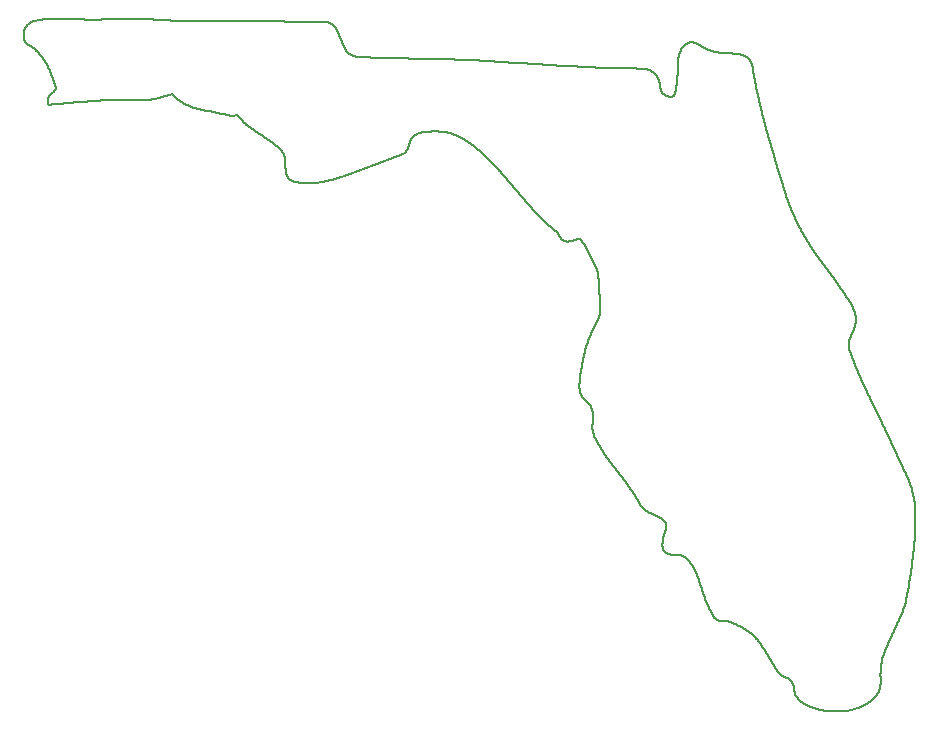
<source format=gm1>
G04 MADE WITH FRITZING*
G04 WWW.FRITZING.ORG*
G04 DOUBLE SIDED*
G04 HOLES PLATED*
G04 CONTOUR ON CENTER OF CONTOUR VECTOR*
%ASAXBY*%
%FSLAX23Y23*%
%MOIN*%
%OFA0B0*%
%SFA1.0B1.0*%
%ADD10C,0.008*%
%LNCONTOUR*%
G90*
G70*
G54D10*
X179Y2626D02*
X180Y2626D01*
X181Y2626D01*
X182Y2626D01*
X183Y2626D01*
X184Y2626D01*
X185Y2626D01*
X186Y2626D01*
X187Y2626D01*
X188Y2626D01*
X189Y2626D01*
X190Y2626D01*
X191Y2626D01*
X192Y2626D01*
X193Y2626D01*
X194Y2625D01*
X195Y2625D01*
X196Y2625D01*
X197Y2625D01*
X198Y2625D01*
X199Y2625D01*
X200Y2625D01*
X201Y2625D01*
X202Y2625D01*
X203Y2625D01*
X204Y2625D01*
X205Y2625D01*
X206Y2625D01*
X207Y2625D01*
X208Y2625D01*
X209Y2625D01*
X210Y2625D01*
X211Y2625D01*
X212Y2625D01*
X213Y2625D01*
X214Y2625D01*
X215Y2625D01*
X216Y2625D01*
X217Y2625D01*
X218Y2625D01*
X219Y2625D01*
X220Y2625D01*
X221Y2625D01*
X222Y2625D01*
X223Y2625D01*
X224Y2625D01*
X225Y2625D01*
X226Y2625D01*
X227Y2625D01*
X228Y2625D01*
X229Y2625D01*
X230Y2625D01*
X231Y2625D01*
X232Y2625D01*
X233Y2625D01*
X234Y2625D01*
X235Y2625D01*
X236Y2625D01*
X237Y2625D01*
X238Y2625D01*
X239Y2625D01*
X240Y2625D01*
X241Y2625D01*
X242Y2625D01*
X243Y2625D01*
X244Y2625D01*
X245Y2625D01*
X246Y2625D01*
X247Y2625D01*
X248Y2625D01*
X249Y2625D01*
X250Y2624D01*
X251Y2624D01*
X252Y2624D01*
X253Y2624D01*
X254Y2624D01*
X255Y2624D01*
X256Y2624D01*
X257Y2624D01*
X258Y2624D01*
X259Y2624D01*
X260Y2624D01*
X261Y2624D01*
X262Y2624D01*
X263Y2624D01*
X264Y2624D01*
X265Y2624D01*
X266Y2624D01*
X267Y2624D01*
X268Y2624D01*
X269Y2624D01*
X270Y2624D01*
X271Y2624D01*
X272Y2624D01*
X273Y2624D01*
X274Y2624D01*
X275Y2624D01*
X276Y2624D01*
X277Y2624D01*
X278Y2624D01*
X279Y2624D01*
X280Y2624D01*
X281Y2624D01*
X282Y2624D01*
X283Y2624D01*
X284Y2624D01*
X285Y2624D01*
X286Y2624D01*
X287Y2623D01*
X288Y2623D01*
X289Y2623D01*
X290Y2623D01*
X291Y2623D01*
X292Y2623D01*
X293Y2623D01*
X294Y2623D01*
X295Y2623D01*
X296Y2623D01*
X297Y2623D01*
X298Y2623D01*
X299Y2623D01*
X300Y2623D01*
X301Y2623D01*
X302Y2623D01*
X303Y2623D01*
X304Y2623D01*
X305Y2623D01*
X306Y2623D01*
X307Y2623D01*
X308Y2623D01*
X309Y2623D01*
X310Y2623D01*
X311Y2623D01*
X312Y2623D01*
X313Y2623D01*
X314Y2623D01*
X315Y2623D01*
X316Y2623D01*
X317Y2623D01*
X318Y2623D01*
X319Y2623D01*
X320Y2623D01*
X321Y2623D01*
X322Y2622D01*
X323Y2622D01*
X324Y2622D01*
X325Y2622D01*
X326Y2622D01*
X327Y2622D01*
X328Y2622D01*
X329Y2622D01*
X330Y2622D01*
X331Y2622D01*
X332Y2622D01*
X333Y2622D01*
X334Y2622D01*
X335Y2622D01*
X336Y2622D01*
X337Y2622D01*
X338Y2622D01*
X339Y2622D01*
X340Y2623D01*
X340Y2624D01*
X341Y2624D01*
X342Y2624D01*
X343Y2624D01*
X344Y2624D01*
X345Y2624D01*
X346Y2624D01*
X347Y2624D01*
X348Y2624D01*
X349Y2624D01*
X350Y2624D01*
X351Y2624D01*
X352Y2624D01*
X353Y2624D01*
X354Y2624D01*
X355Y2624D01*
X356Y2624D01*
X357Y2624D01*
X358Y2624D01*
X359Y2624D01*
X360Y2624D01*
X361Y2624D01*
X362Y2624D01*
X363Y2624D01*
X364Y2624D01*
X365Y2624D01*
X366Y2624D01*
X367Y2624D01*
X368Y2624D01*
X369Y2624D01*
X370Y2624D01*
X371Y2624D01*
X372Y2624D01*
X373Y2624D01*
X374Y2624D01*
X375Y2624D01*
X376Y2624D01*
X377Y2624D01*
X378Y2624D01*
X379Y2624D01*
X380Y2624D01*
X381Y2624D01*
X382Y2624D01*
X383Y2624D01*
X384Y2624D01*
X385Y2624D01*
X386Y2624D01*
X387Y2624D01*
X388Y2624D01*
X389Y2624D01*
X390Y2624D01*
X391Y2624D01*
X392Y2624D01*
X393Y2624D01*
X394Y2624D01*
X395Y2624D01*
X396Y2624D01*
X397Y2624D01*
X398Y2624D01*
X399Y2624D01*
X400Y2624D01*
X401Y2624D01*
X402Y2624D01*
X403Y2624D01*
X404Y2624D01*
X405Y2624D01*
X406Y2624D01*
X407Y2624D01*
X408Y2624D01*
X409Y2624D01*
X410Y2624D01*
X411Y2624D01*
X412Y2624D01*
X413Y2624D01*
X414Y2624D01*
X415Y2625D01*
X416Y2625D01*
X417Y2625D01*
X418Y2625D01*
X419Y2625D01*
X420Y2625D01*
X421Y2625D01*
X422Y2625D01*
X423Y2625D01*
X424Y2625D01*
X425Y2625D01*
X426Y2625D01*
X427Y2625D01*
X428Y2625D01*
X429Y2625D01*
X430Y2625D01*
X431Y2625D01*
X432Y2625D01*
X433Y2625D01*
X434Y2625D01*
X435Y2625D01*
X436Y2625D01*
X437Y2625D01*
X438Y2625D01*
X439Y2625D01*
X440Y2625D01*
X441Y2625D01*
X442Y2625D01*
X443Y2625D01*
X444Y2625D01*
X445Y2625D01*
X446Y2625D01*
X447Y2625D01*
X448Y2625D01*
X449Y2625D01*
X450Y2625D01*
X451Y2625D01*
X452Y2625D01*
X453Y2625D01*
X454Y2625D01*
X455Y2625D01*
X456Y2625D01*
X457Y2625D01*
X458Y2625D01*
X459Y2625D01*
X460Y2625D01*
X461Y2625D01*
X462Y2625D01*
X463Y2625D01*
X464Y2625D01*
X465Y2625D01*
X466Y2625D01*
X467Y2625D01*
X468Y2625D01*
X469Y2625D01*
X470Y2625D01*
X471Y2625D01*
X472Y2625D01*
X473Y2625D01*
X474Y2625D01*
X475Y2625D01*
X476Y2625D01*
X477Y2625D01*
X478Y2625D01*
X479Y2625D01*
X480Y2625D01*
X481Y2625D01*
X482Y2625D01*
X483Y2625D01*
X484Y2625D01*
X485Y2625D01*
X486Y2625D01*
X487Y2625D01*
X488Y2625D01*
X489Y2625D01*
X490Y2624D01*
X491Y2624D01*
X492Y2624D01*
X493Y2624D01*
X494Y2624D01*
X495Y2624D01*
X496Y2624D01*
X497Y2624D01*
X498Y2624D01*
X499Y2624D01*
X500Y2624D01*
X501Y2624D01*
X502Y2624D01*
X503Y2624D01*
X504Y2624D01*
X505Y2624D01*
X506Y2624D01*
X507Y2624D01*
X508Y2624D01*
X509Y2624D01*
X510Y2624D01*
X511Y2624D01*
X512Y2624D01*
X513Y2624D01*
X514Y2624D01*
X515Y2624D01*
X516Y2623D01*
X517Y2623D01*
X518Y2623D01*
X519Y2623D01*
X520Y2623D01*
X521Y2623D01*
X522Y2623D01*
X523Y2623D01*
X524Y2623D01*
X525Y2623D01*
X526Y2623D01*
X527Y2623D01*
X528Y2623D01*
X529Y2623D01*
X530Y2623D01*
X531Y2623D01*
X532Y2623D01*
X533Y2623D01*
X534Y2623D01*
X535Y2622D01*
X536Y2622D01*
X537Y2622D01*
X538Y2622D01*
X539Y2622D01*
X540Y2622D01*
X541Y2622D01*
X542Y2622D01*
X543Y2622D01*
X544Y2622D01*
X545Y2622D01*
X546Y2622D01*
X547Y2622D01*
X548Y2622D01*
X549Y2622D01*
X550Y2622D01*
X551Y2622D01*
X552Y2621D01*
X553Y2621D01*
X554Y2621D01*
X555Y2621D01*
X556Y2621D01*
X557Y2621D01*
X558Y2621D01*
X559Y2621D01*
X560Y2621D01*
X561Y2621D01*
X562Y2621D01*
X563Y2621D01*
X564Y2621D01*
X565Y2621D01*
X566Y2621D01*
X567Y2621D01*
X568Y2621D01*
X569Y2621D01*
X570Y2621D01*
X571Y2621D01*
X572Y2620D01*
X573Y2620D01*
X574Y2620D01*
X575Y2620D01*
X576Y2620D01*
X577Y2620D01*
X578Y2620D01*
X579Y2620D01*
X580Y2620D01*
X581Y2620D01*
X582Y2620D01*
X583Y2620D01*
X584Y2620D01*
X585Y2620D01*
X586Y2620D01*
X587Y2620D01*
X588Y2620D01*
X589Y2620D01*
X590Y2620D01*
X591Y2620D01*
X592Y2620D01*
X593Y2620D01*
X594Y2620D01*
X595Y2619D01*
X596Y2619D01*
X597Y2619D01*
X598Y2619D01*
X599Y2619D01*
X600Y2619D01*
X601Y2619D01*
X602Y2619D01*
X603Y2619D01*
X604Y2619D01*
X605Y2619D01*
X606Y2619D01*
X607Y2619D01*
X608Y2619D01*
X609Y2619D01*
X610Y2619D01*
X611Y2619D01*
X612Y2619D01*
X613Y2619D01*
X614Y2619D01*
X615Y2619D01*
X616Y2619D01*
X617Y2619D01*
X618Y2619D01*
X619Y2619D01*
X620Y2619D01*
X621Y2619D01*
X622Y2619D01*
X623Y2619D01*
X624Y2619D01*
X625Y2619D01*
X626Y2619D01*
X627Y2618D01*
X628Y2618D01*
X629Y2618D01*
X630Y2618D01*
X631Y2618D01*
X632Y2618D01*
X633Y2618D01*
X634Y2618D01*
X635Y2618D01*
X636Y2618D01*
X637Y2618D01*
X638Y2618D01*
X639Y2618D01*
X640Y2618D01*
X641Y2618D01*
X642Y2618D01*
X643Y2618D01*
X644Y2618D01*
X645Y2618D01*
X646Y2618D01*
X647Y2618D01*
X648Y2618D01*
X649Y2618D01*
X650Y2618D01*
X651Y2618D01*
X652Y2618D01*
X653Y2618D01*
X654Y2618D01*
X655Y2618D01*
X656Y2618D01*
X657Y2618D01*
X658Y2618D01*
X659Y2618D01*
X660Y2618D01*
X661Y2618D01*
X662Y2618D01*
X663Y2618D01*
X664Y2618D01*
X665Y2618D01*
X666Y2618D01*
X667Y2618D01*
X668Y2618D01*
X669Y2618D01*
X670Y2618D01*
X671Y2618D01*
X672Y2618D01*
X673Y2618D01*
X674Y2618D01*
X675Y2618D01*
X676Y2618D01*
X677Y2618D01*
X678Y2617D01*
X679Y2617D01*
X680Y2617D01*
X681Y2617D01*
X682Y2617D01*
X683Y2617D01*
X684Y2617D01*
X685Y2617D01*
X686Y2617D01*
X687Y2617D01*
X688Y2617D01*
X689Y2617D01*
X690Y2617D01*
X691Y2617D01*
X692Y2617D01*
X693Y2617D01*
X694Y2617D01*
X695Y2617D01*
X696Y2617D01*
X697Y2617D01*
X698Y2617D01*
X699Y2617D01*
X700Y2617D01*
X701Y2617D01*
X702Y2617D01*
X703Y2617D01*
X704Y2617D01*
X705Y2617D01*
X706Y2617D01*
X707Y2617D01*
X708Y2617D01*
X709Y2617D01*
X710Y2617D01*
X711Y2617D01*
X712Y2617D01*
X713Y2617D01*
X714Y2617D01*
X715Y2617D01*
X716Y2617D01*
X717Y2617D01*
X718Y2617D01*
X719Y2617D01*
X720Y2617D01*
X721Y2617D01*
X722Y2617D01*
X723Y2617D01*
X724Y2617D01*
X725Y2617D01*
X726Y2617D01*
X727Y2617D01*
X728Y2617D01*
X729Y2617D01*
X730Y2617D01*
X731Y2617D01*
X732Y2617D01*
X733Y2617D01*
X734Y2617D01*
X735Y2617D01*
X736Y2617D01*
X737Y2617D01*
X738Y2617D01*
X739Y2617D01*
X740Y2617D01*
X741Y2617D01*
X742Y2617D01*
X743Y2617D01*
X744Y2617D01*
X745Y2617D01*
X746Y2617D01*
X747Y2617D01*
X748Y2617D01*
X749Y2617D01*
X750Y2617D01*
X751Y2617D01*
X752Y2617D01*
X753Y2617D01*
X754Y2617D01*
X755Y2617D01*
X756Y2617D01*
X757Y2617D01*
X758Y2617D01*
X759Y2617D01*
X760Y2617D01*
X761Y2617D01*
X762Y2617D01*
X763Y2617D01*
X764Y2617D01*
X765Y2617D01*
X766Y2617D01*
X767Y2617D01*
X768Y2617D01*
X769Y2617D01*
X770Y2617D01*
X771Y2617D01*
X772Y2617D01*
X773Y2617D01*
X774Y2617D01*
X775Y2617D01*
X776Y2617D01*
X777Y2617D01*
X778Y2617D01*
X779Y2617D01*
X780Y2617D01*
X781Y2617D01*
X782Y2617D01*
X783Y2617D01*
X784Y2617D01*
X785Y2617D01*
X786Y2617D01*
X787Y2617D01*
X788Y2617D01*
X789Y2617D01*
X790Y2617D01*
X791Y2617D01*
X792Y2617D01*
X793Y2617D01*
X794Y2617D01*
X795Y2617D01*
X796Y2617D01*
X797Y2617D01*
X798Y2617D01*
X799Y2617D01*
X800Y2617D01*
X801Y2617D01*
X802Y2617D01*
X803Y2617D01*
X804Y2617D01*
X805Y2617D01*
X806Y2617D01*
X807Y2617D01*
X808Y2617D01*
X809Y2617D01*
X810Y2617D01*
X811Y2617D01*
X812Y2617D01*
X813Y2617D01*
X814Y2617D01*
X815Y2617D01*
X816Y2617D01*
X817Y2617D01*
X818Y2617D01*
X819Y2617D01*
X820Y2617D01*
X821Y2617D01*
X822Y2617D01*
X823Y2617D01*
X824Y2617D01*
X825Y2617D01*
X826Y2617D01*
X827Y2617D01*
X828Y2617D01*
X829Y2617D01*
X830Y2617D01*
X831Y2617D01*
X832Y2617D01*
X833Y2617D01*
X834Y2617D01*
X835Y2617D01*
X836Y2617D01*
X837Y2617D01*
X838Y2617D01*
X839Y2617D01*
X840Y2617D01*
X841Y2617D01*
X842Y2617D01*
X843Y2617D01*
X844Y2617D01*
X845Y2617D01*
X846Y2617D01*
X847Y2617D01*
X848Y2617D01*
X849Y2617D01*
X850Y2617D01*
X851Y2617D01*
X852Y2617D01*
X853Y2617D01*
X854Y2617D01*
X855Y2617D01*
X856Y2617D01*
X857Y2617D01*
X858Y2617D01*
X859Y2617D01*
X860Y2617D01*
X861Y2617D01*
X862Y2617D01*
X863Y2617D01*
X864Y2617D01*
X865Y2617D01*
X866Y2617D01*
X867Y2617D01*
X868Y2617D01*
X869Y2617D01*
X870Y2617D01*
X871Y2617D01*
X872Y2617D01*
X873Y2617D01*
X874Y2617D01*
X875Y2617D01*
X876Y2617D01*
X877Y2617D01*
X878Y2617D01*
X879Y2617D01*
X880Y2617D01*
X881Y2617D01*
X882Y2617D01*
X883Y2617D01*
X884Y2617D01*
X885Y2617D01*
X886Y2617D01*
X887Y2617D01*
X888Y2617D01*
X889Y2617D01*
X890Y2617D01*
X891Y2617D01*
X892Y2617D01*
X893Y2617D01*
X894Y2617D01*
X895Y2617D01*
X896Y2617D01*
X897Y2617D01*
X898Y2617D01*
X899Y2617D01*
X900Y2617D01*
X901Y2617D01*
X902Y2617D01*
X903Y2617D01*
X904Y2617D01*
X905Y2617D01*
X906Y2617D01*
X907Y2617D01*
X908Y2617D01*
X909Y2617D01*
X910Y2617D01*
X911Y2617D01*
X912Y2617D01*
X913Y2617D01*
X914Y2617D01*
X915Y2617D01*
X916Y2617D01*
X917Y2617D01*
X918Y2617D01*
X919Y2617D01*
X920Y2617D01*
X921Y2617D01*
X922Y2617D01*
X923Y2617D01*
X924Y2617D01*
X925Y2617D01*
X926Y2617D01*
X927Y2617D01*
X928Y2617D01*
X929Y2617D01*
X930Y2617D01*
X931Y2617D01*
X932Y2617D01*
X933Y2617D01*
X934Y2617D01*
X935Y2617D01*
X936Y2617D01*
X937Y2617D01*
X938Y2617D01*
X939Y2617D01*
X940Y2617D01*
X941Y2617D01*
X942Y2617D01*
X943Y2617D01*
X944Y2617D01*
X945Y2617D01*
X946Y2617D01*
X947Y2617D01*
X948Y2617D01*
X949Y2617D01*
X950Y2617D01*
X951Y2617D01*
X952Y2616D01*
X953Y2616D01*
X954Y2616D01*
X955Y2616D01*
X956Y2616D01*
X957Y2616D01*
X958Y2616D01*
X959Y2616D01*
X960Y2616D01*
X961Y2616D01*
X962Y2616D01*
X963Y2616D01*
X964Y2616D01*
X965Y2616D01*
X966Y2616D01*
X967Y2616D01*
X968Y2616D01*
X969Y2616D01*
X970Y2616D01*
X971Y2616D01*
X972Y2616D01*
X973Y2616D01*
X974Y2616D01*
X975Y2616D01*
X976Y2616D01*
X977Y2616D01*
X978Y2616D01*
X979Y2616D01*
X980Y2616D01*
X981Y2616D01*
X982Y2616D01*
X983Y2616D01*
X984Y2616D01*
X985Y2616D01*
X986Y2616D01*
X987Y2616D01*
X988Y2616D01*
X989Y2616D01*
X990Y2616D01*
X991Y2616D01*
X992Y2616D01*
X993Y2616D01*
X994Y2616D01*
X995Y2616D01*
X996Y2616D01*
X997Y2616D01*
X998Y2616D01*
X999Y2616D01*
X1000Y2615D01*
X1001Y2615D01*
X1002Y2615D01*
X1003Y2615D01*
X1004Y2615D01*
X1005Y2615D01*
X1006Y2615D01*
X1007Y2615D01*
X1008Y2615D01*
X1009Y2615D01*
X1010Y2615D01*
X1011Y2615D01*
X1012Y2615D01*
X1013Y2615D01*
X1014Y2615D01*
X1015Y2615D01*
X1016Y2615D01*
X1017Y2615D01*
X1018Y2615D01*
X1019Y2615D01*
X1020Y2615D01*
X1021Y2615D01*
X1022Y2615D01*
X1023Y2615D01*
X1024Y2615D01*
X1025Y2615D01*
X1026Y2615D01*
X1027Y2615D01*
X1028Y2615D01*
X1029Y2615D01*
X1030Y2615D01*
X1031Y2615D01*
X1032Y2615D01*
X1033Y2615D01*
X1034Y2615D01*
X1035Y2615D01*
X1036Y2615D01*
X1037Y2615D01*
X1038Y2615D01*
X1039Y2615D01*
X1040Y2615D01*
X1041Y2615D01*
X1042Y2615D01*
X1043Y2615D01*
X1044Y2615D01*
X1045Y2615D01*
X1046Y2615D01*
X1047Y2615D01*
X1048Y2615D01*
X1049Y2615D01*
X1050Y2615D01*
X1051Y2615D01*
X1052Y2615D01*
X1053Y2615D01*
X1054Y2615D01*
X1055Y2615D01*
X1056Y2615D01*
X1057Y2615D01*
X1058Y2615D01*
X1059Y2615D01*
X1060Y2615D01*
X1061Y2615D01*
X1062Y2615D01*
X1063Y2615D01*
X1064Y2615D01*
X1065Y2615D01*
X1066Y2615D01*
X1067Y2615D01*
X1068Y2615D01*
X1069Y2615D01*
X1070Y2615D01*
X1071Y2615D01*
X1072Y2615D01*
X1073Y2615D01*
X1074Y2615D01*
X1075Y2615D01*
X1076Y2615D01*
X1077Y2615D01*
X1078Y2615D01*
X1079Y2615D01*
X1080Y2615D01*
X1081Y2615D01*
X1082Y2615D01*
X1083Y2615D01*
X1084Y2615D01*
X1085Y2615D01*
X1086Y2615D01*
X1087Y2615D01*
X1088Y2615D01*
X1089Y2615D01*
X1090Y2615D01*
X1091Y2615D01*
X1092Y2615D01*
X1093Y2614D01*
X1094Y2614D01*
X1095Y2614D01*
X1096Y2614D01*
X1097Y2614D01*
X1098Y2614D01*
X1099Y2613D01*
X1100Y2613D01*
X1101Y2613D01*
X1102Y2612D01*
X1103Y2612D01*
X1104Y2612D01*
X1105Y2611D01*
X1106Y2611D01*
X1107Y2610D01*
X1108Y2610D01*
X1109Y2609D01*
X1110Y2609D01*
X1111Y2608D01*
X1112Y2607D01*
X1113Y2606D01*
X1114Y2606D01*
X1115Y2605D01*
X1116Y2604D01*
X1117Y2603D01*
X1118Y2602D01*
X1119Y2601D01*
X1120Y2600D01*
X1120Y2599D01*
X1121Y2598D01*
X1122Y2597D01*
X1122Y2596D01*
X1123Y2595D01*
X1124Y2594D01*
X1124Y2593D01*
X1125Y2592D01*
X1125Y2591D01*
X1126Y2590D01*
X1126Y2589D01*
X1127Y2588D01*
X1127Y2587D01*
X1128Y2586D01*
X1128Y2585D01*
X1129Y2584D01*
X1129Y2582D01*
X1130Y2581D01*
X1130Y2580D01*
X1131Y2579D01*
X1131Y2578D01*
X1132Y2577D01*
X1132Y2575D01*
X1133Y2574D01*
X1133Y2573D01*
X1134Y2572D01*
X1134Y2571D01*
X1135Y2570D01*
X1135Y2568D01*
X1136Y2567D01*
X1136Y2566D01*
X1137Y2565D01*
X1137Y2563D01*
X1138Y2562D01*
X1138Y2561D01*
X1139Y2560D01*
X1139Y2559D01*
X1140Y2558D01*
X1140Y2556D01*
X1141Y2555D01*
X1141Y2554D01*
X1142Y2553D01*
X1142Y2551D01*
X1143Y2550D01*
X1143Y2549D01*
X1144Y2548D01*
X1144Y2547D01*
X1145Y2546D01*
X1145Y2544D01*
X1146Y2543D01*
X1146Y2542D01*
X1147Y2541D01*
X1147Y2540D01*
X1148Y2539D01*
X1148Y2538D01*
X1149Y2537D01*
X1149Y2535D01*
X1150Y2534D01*
X1150Y2533D01*
X1151Y2532D01*
X1151Y2531D01*
X1152Y2530D01*
X1152Y2529D01*
X1153Y2528D01*
X1153Y2527D01*
X1154Y2526D01*
X1155Y2525D01*
X1155Y2524D01*
X1156Y2523D01*
X1157Y2522D01*
X1157Y2521D01*
X1158Y2520D01*
X1159Y2519D01*
X1160Y2518D01*
X1160Y2517D01*
X1161Y2516D01*
X1162Y2515D01*
X1163Y2514D01*
X1164Y2513D01*
X1165Y2512D01*
X1166Y2512D01*
X1167Y2511D01*
X1168Y2510D01*
X1169Y2509D01*
X1170Y2508D01*
X1171Y2508D01*
X1172Y2507D01*
X1173Y2507D01*
X1174Y2506D01*
X1175Y2505D01*
X1176Y2505D01*
X1177Y2504D01*
X1178Y2504D01*
X1179Y2504D01*
X1180Y2503D01*
X1181Y2503D01*
X1182Y2502D01*
X1183Y2502D01*
X1184Y2502D01*
X1185Y2501D01*
X1186Y2501D01*
X1187Y2501D01*
X1188Y2501D01*
X1189Y2500D01*
X1190Y2500D01*
X1191Y2500D01*
X1192Y2500D01*
X1193Y2500D01*
X1194Y2500D01*
X1195Y2499D01*
X1196Y2499D01*
X1197Y2499D01*
X1198Y2499D01*
X1199Y2499D01*
X1200Y2499D01*
X1201Y2499D01*
X1202Y2499D01*
X1203Y2499D01*
X1204Y2499D01*
X1205Y2499D01*
X1206Y2499D01*
X1207Y2499D01*
X1208Y2499D01*
X1209Y2498D01*
X1210Y2498D01*
X1211Y2498D01*
X1212Y2498D01*
X1213Y2498D01*
X1214Y2498D01*
X1215Y2498D01*
X1216Y2498D01*
X1217Y2498D01*
X1218Y2498D01*
X1219Y2498D01*
X1220Y2498D01*
X1221Y2498D01*
X1222Y2498D01*
X1223Y2498D01*
X1224Y2497D01*
X1225Y2497D01*
X1226Y2497D01*
X1227Y2497D01*
X1228Y2497D01*
X1229Y2497D01*
X1230Y2497D01*
X1231Y2497D01*
X1232Y2497D01*
X1233Y2497D01*
X1234Y2497D01*
X1235Y2497D01*
X1236Y2497D01*
X1237Y2497D01*
X1238Y2497D01*
X1239Y2496D01*
X1240Y2496D01*
X1241Y2496D01*
X1242Y2496D01*
X1243Y2496D01*
X1244Y2496D01*
X1245Y2496D01*
X1246Y2496D01*
X1247Y2496D01*
X1248Y2496D01*
X1249Y2496D01*
X1250Y2496D01*
X1251Y2496D01*
X1252Y2496D01*
X1253Y2496D01*
X1254Y2495D01*
X1255Y2495D01*
X1256Y2495D01*
X1257Y2495D01*
X1258Y2495D01*
X1259Y2495D01*
X1260Y2495D01*
X1261Y2495D01*
X1262Y2495D01*
X1263Y2495D01*
X1264Y2495D01*
X1265Y2495D01*
X1266Y2495D01*
X1267Y2495D01*
X1268Y2495D01*
X1269Y2495D01*
X1270Y2495D01*
X1271Y2495D01*
X1272Y2495D01*
X1273Y2495D01*
X1274Y2494D01*
X1275Y2494D01*
X1276Y2494D01*
X1277Y2494D01*
X1278Y2494D01*
X1279Y2494D01*
X1280Y2494D01*
X1281Y2494D01*
X1282Y2494D01*
X1283Y2494D01*
X1284Y2494D01*
X1285Y2494D01*
X1286Y2494D01*
X1287Y2494D01*
X1288Y2494D01*
X1289Y2494D01*
X1290Y2494D01*
X1291Y2494D01*
X1292Y2494D01*
X1293Y2494D01*
X1294Y2494D01*
X1295Y2494D01*
X1296Y2494D01*
X1297Y2494D01*
X1298Y2494D01*
X1299Y2494D01*
X1300Y2494D01*
X1301Y2494D01*
X1302Y2494D01*
X1303Y2494D01*
X1304Y2494D01*
X1305Y2494D01*
X1306Y2494D01*
X1307Y2494D01*
X1308Y2494D01*
X1309Y2494D01*
X1310Y2494D01*
X1311Y2494D01*
X1312Y2494D01*
X1313Y2494D01*
X1314Y2494D01*
X1315Y2494D01*
X1316Y2494D01*
X1317Y2494D01*
X1318Y2494D01*
X1319Y2494D01*
X1320Y2494D01*
X1321Y2494D01*
X1322Y2494D01*
X1323Y2494D01*
X1324Y2494D01*
X1325Y2494D01*
X1326Y2494D01*
X1327Y2494D01*
X1328Y2494D01*
X1329Y2494D01*
X1330Y2494D01*
X1331Y2494D01*
X1332Y2494D01*
X1333Y2494D01*
X1334Y2494D01*
X1335Y2494D01*
X1336Y2494D01*
X1337Y2494D01*
X1338Y2494D01*
X1339Y2494D01*
X1340Y2494D01*
X1341Y2494D01*
X1342Y2494D01*
X1343Y2494D01*
X1344Y2494D01*
X1345Y2494D01*
X1346Y2494D01*
X1347Y2494D01*
X1348Y2494D01*
X1349Y2494D01*
X1350Y2494D01*
X1351Y2494D01*
X1352Y2494D01*
X1353Y2494D01*
X1354Y2494D01*
X1355Y2494D01*
X1356Y2494D01*
X1357Y2494D01*
X1358Y2494D01*
X1359Y2494D01*
X1360Y2494D01*
X1361Y2494D01*
X1362Y2494D01*
X1363Y2494D01*
X1364Y2494D01*
X1365Y2494D01*
X1366Y2494D01*
X1367Y2493D01*
X1368Y2493D01*
X1369Y2493D01*
X1370Y2493D01*
X1371Y2493D01*
X1372Y2493D01*
X1373Y2493D01*
X1374Y2493D01*
X1375Y2493D01*
X1376Y2493D01*
X1377Y2493D01*
X1378Y2493D01*
X1379Y2493D01*
X1380Y2493D01*
X1381Y2493D01*
X1382Y2493D01*
X1383Y2493D01*
X1384Y2493D01*
X1385Y2493D01*
X1386Y2493D01*
X1387Y2493D01*
X1388Y2493D01*
X1389Y2493D01*
X1390Y2493D01*
X1391Y2493D01*
X1392Y2493D01*
X1393Y2493D01*
X1394Y2493D01*
X1395Y2493D01*
X1396Y2493D01*
X1397Y2493D01*
X1398Y2493D01*
X1399Y2493D01*
X1400Y2493D01*
X1401Y2493D01*
X1402Y2493D01*
X1403Y2493D01*
X1404Y2493D01*
X1405Y2493D01*
X1406Y2493D01*
X1407Y2493D01*
X1408Y2493D01*
X1409Y2493D01*
X1410Y2493D01*
X1411Y2493D01*
X1412Y2493D01*
X1413Y2493D01*
X1414Y2493D01*
X1415Y2493D01*
X1416Y2493D01*
X1417Y2493D01*
X1418Y2493D01*
X1419Y2493D01*
X1420Y2493D01*
X1421Y2493D01*
X1422Y2493D01*
X1423Y2493D01*
X1424Y2493D01*
X1425Y2493D01*
X1426Y2493D01*
X1427Y2493D01*
X1428Y2493D01*
X1429Y2493D01*
X1430Y2493D01*
X1431Y2493D01*
X1432Y2493D01*
X1433Y2493D01*
X1434Y2493D01*
X1435Y2493D01*
X1436Y2493D01*
X1437Y2493D01*
X1438Y2493D01*
X1439Y2493D01*
X1440Y2493D01*
X1441Y2493D01*
X1442Y2493D01*
X1443Y2493D01*
X1444Y2493D01*
X1445Y2493D01*
X1446Y2493D01*
X1447Y2492D01*
X1448Y2492D01*
X1449Y2492D01*
X1450Y2492D01*
X1451Y2492D01*
X1452Y2492D01*
X1453Y2492D01*
X1454Y2492D01*
X1455Y2492D01*
X1456Y2492D01*
X1457Y2492D01*
X1458Y2492D01*
X1459Y2492D01*
X1460Y2492D01*
X1461Y2492D01*
X1462Y2492D01*
X1463Y2492D01*
X1464Y2492D01*
X1465Y2492D01*
X1466Y2492D01*
X1467Y2492D01*
X1468Y2492D01*
X1469Y2492D01*
X1470Y2492D01*
X1471Y2492D01*
X1472Y2492D01*
X1473Y2492D01*
X1474Y2492D01*
X1475Y2492D01*
X1476Y2492D01*
X1477Y2492D01*
X1478Y2492D01*
X1479Y2492D01*
X1480Y2492D01*
X1481Y2492D01*
X1482Y2492D01*
X1483Y2492D01*
X1484Y2492D01*
X1485Y2492D01*
X1486Y2492D01*
X1487Y2492D01*
X1488Y2492D01*
X1489Y2491D01*
X1490Y2491D01*
X1491Y2491D01*
X1492Y2491D01*
X1493Y2491D01*
X1494Y2491D01*
X1495Y2491D01*
X1496Y2491D01*
X1497Y2491D01*
X1498Y2491D01*
X1499Y2491D01*
X1500Y2491D01*
X1501Y2491D01*
X1502Y2491D01*
X1503Y2491D01*
X1504Y2491D01*
X1505Y2491D01*
X1506Y2491D01*
X1507Y2491D01*
X1508Y2491D01*
X1509Y2491D01*
X1510Y2491D01*
X1511Y2491D01*
X1512Y2491D01*
X1513Y2491D01*
X1514Y2491D01*
X1515Y2491D01*
X1516Y2491D01*
X1517Y2491D01*
X1518Y2491D01*
X1519Y2490D01*
X1520Y2490D01*
X1521Y2490D01*
X1522Y2490D01*
X1523Y2490D01*
X1524Y2490D01*
X1525Y2490D01*
X1526Y2490D01*
X1527Y2490D01*
X1528Y2490D01*
X1529Y2490D01*
X1530Y2490D01*
X1531Y2490D01*
X1532Y2490D01*
X1533Y2490D01*
X1534Y2490D01*
X1535Y2490D01*
X1536Y2490D01*
X1537Y2490D01*
X1538Y2490D01*
X1539Y2490D01*
X1540Y2490D01*
X1541Y2490D01*
X1542Y2490D01*
X1543Y2490D01*
X1544Y2490D01*
X1545Y2489D01*
X1546Y2489D01*
X1547Y2489D01*
X1548Y2489D01*
X1549Y2489D01*
X1550Y2489D01*
X1551Y2489D01*
X1552Y2489D01*
X1553Y2489D01*
X1554Y2489D01*
X1555Y2489D01*
X1556Y2489D01*
X1557Y2489D01*
X1558Y2489D01*
X1559Y2489D01*
X1560Y2489D01*
X1561Y2489D01*
X1562Y2489D01*
X1563Y2489D01*
X1564Y2489D01*
X1565Y2489D01*
X1566Y2488D01*
X1567Y2488D01*
X1568Y2488D01*
X1569Y2488D01*
X1570Y2488D01*
X1571Y2488D01*
X1572Y2488D01*
X1573Y2488D01*
X1574Y2488D01*
X1575Y2488D01*
X1576Y2488D01*
X1577Y2488D01*
X1578Y2488D01*
X1579Y2488D01*
X1580Y2488D01*
X1581Y2488D01*
X1582Y2488D01*
X1583Y2488D01*
X1584Y2488D01*
X1585Y2488D01*
X1586Y2487D01*
X1587Y2487D01*
X1588Y2487D01*
X1589Y2487D01*
X1590Y2487D01*
X1591Y2487D01*
X1592Y2487D01*
X1593Y2487D01*
X1594Y2487D01*
X1595Y2487D01*
X1596Y2487D01*
X1597Y2487D01*
X1598Y2487D01*
X1599Y2487D01*
X1600Y2487D01*
X1601Y2487D01*
X1602Y2487D01*
X1603Y2486D01*
X1604Y2486D01*
X1605Y2486D01*
X1606Y2486D01*
X1607Y2486D01*
X1608Y2486D01*
X1609Y2486D01*
X1610Y2486D01*
X1611Y2486D01*
X1612Y2486D01*
X1613Y2486D01*
X1614Y2486D01*
X1615Y2486D01*
X1616Y2486D01*
X1617Y2486D01*
X1618Y2486D01*
X1619Y2486D01*
X1620Y2485D01*
X1621Y2485D01*
X1622Y2485D01*
X1623Y2485D01*
X1624Y2485D01*
X1625Y2485D01*
X1626Y2485D01*
X1627Y2485D01*
X1628Y2485D01*
X1629Y2485D01*
X1630Y2485D01*
X1631Y2485D01*
X1632Y2485D01*
X1633Y2485D01*
X1634Y2485D01*
X1635Y2485D01*
X1636Y2484D01*
X1637Y2484D01*
X1638Y2484D01*
X1639Y2484D01*
X1640Y2484D01*
X1641Y2484D01*
X1642Y2484D01*
X1643Y2484D01*
X1644Y2484D01*
X1645Y2484D01*
X1646Y2484D01*
X1647Y2484D01*
X1648Y2484D01*
X1649Y2484D01*
X1650Y2484D01*
X1651Y2484D01*
X1652Y2483D01*
X1653Y2483D01*
X1654Y2483D01*
X1655Y2483D01*
X1656Y2483D01*
X1657Y2483D01*
X1658Y2483D01*
X1659Y2483D01*
X1660Y2483D01*
X1661Y2483D01*
X1662Y2483D01*
X1663Y2483D01*
X1664Y2483D01*
X1665Y2483D01*
X1666Y2483D01*
X1667Y2483D01*
X1668Y2482D01*
X1669Y2482D01*
X1670Y2482D01*
X1671Y2482D01*
X1672Y2482D01*
X1673Y2482D01*
X1674Y2482D01*
X1675Y2482D01*
X1676Y2482D01*
X1677Y2482D01*
X1678Y2482D01*
X1679Y2482D01*
X1680Y2482D01*
X1681Y2482D01*
X1682Y2482D01*
X1683Y2482D01*
X1684Y2481D01*
X1685Y2481D01*
X1686Y2481D01*
X1687Y2481D01*
X1688Y2481D01*
X1689Y2481D01*
X1690Y2481D01*
X1691Y2481D01*
X1692Y2481D01*
X1693Y2481D01*
X1694Y2481D01*
X1695Y2481D01*
X1696Y2481D01*
X1697Y2481D01*
X1698Y2481D01*
X1699Y2481D01*
X1700Y2480D01*
X1701Y2480D01*
X1702Y2480D01*
X1703Y2480D01*
X1704Y2480D01*
X1705Y2480D01*
X1706Y2480D01*
X1707Y2480D01*
X1708Y2480D01*
X1709Y2480D01*
X1710Y2480D01*
X1711Y2480D01*
X1712Y2480D01*
X1713Y2480D01*
X1714Y2480D01*
X1715Y2480D01*
X1716Y2479D01*
X1717Y2479D01*
X1718Y2479D01*
X1719Y2479D01*
X1720Y2479D01*
X1721Y2479D01*
X1722Y2479D01*
X1723Y2479D01*
X1724Y2479D01*
X1725Y2479D01*
X1726Y2479D01*
X1727Y2479D01*
X1728Y2479D01*
X1729Y2479D01*
X1730Y2479D01*
X1731Y2479D01*
X1732Y2478D01*
X1733Y2478D01*
X1734Y2478D01*
X1735Y2478D01*
X1736Y2478D01*
X1737Y2478D01*
X1738Y2478D01*
X1739Y2478D01*
X1740Y2478D01*
X1741Y2478D01*
X1742Y2478D01*
X1743Y2478D01*
X1744Y2478D01*
X1745Y2478D01*
X1746Y2478D01*
X1747Y2478D01*
X1748Y2477D01*
X1749Y2477D01*
X1750Y2477D01*
X1751Y2477D01*
X1752Y2477D01*
X1753Y2477D01*
X1754Y2477D01*
X1755Y2477D01*
X1756Y2477D01*
X1757Y2477D01*
X1758Y2477D01*
X1759Y2477D01*
X1760Y2477D01*
X1761Y2477D01*
X1762Y2477D01*
X1763Y2477D01*
X1764Y2476D01*
X1765Y2476D01*
X1766Y2476D01*
X1767Y2476D01*
X1768Y2476D01*
X1769Y2476D01*
X1770Y2476D01*
X1771Y2476D01*
X1772Y2476D01*
X1773Y2476D01*
X1774Y2476D01*
X1775Y2476D01*
X1776Y2476D01*
X1777Y2476D01*
X1778Y2476D01*
X1779Y2475D01*
X1780Y2475D01*
X1781Y2475D01*
X1782Y2475D01*
X1783Y2475D01*
X1784Y2475D01*
X1785Y2475D01*
X1786Y2475D01*
X1787Y2475D01*
X1788Y2475D01*
X1789Y2475D01*
X1790Y2475D01*
X1791Y2475D01*
X1792Y2475D01*
X1793Y2475D01*
X1794Y2475D01*
X1795Y2475D01*
X1796Y2474D01*
X1797Y2474D01*
X1798Y2474D01*
X1799Y2474D01*
X1800Y2474D01*
X1801Y2474D01*
X1802Y2474D01*
X1803Y2474D01*
X1804Y2474D01*
X1805Y2474D01*
X1806Y2474D01*
X1807Y2474D01*
X1808Y2474D01*
X1809Y2474D01*
X1810Y2474D01*
X1811Y2474D01*
X1812Y2473D01*
X1813Y2473D01*
X1814Y2473D01*
X1815Y2473D01*
X1816Y2473D01*
X1817Y2473D01*
X1818Y2473D01*
X1819Y2473D01*
X1820Y2473D01*
X1821Y2473D01*
X1822Y2473D01*
X1823Y2473D01*
X1824Y2473D01*
X1825Y2473D01*
X1826Y2473D01*
X1827Y2473D01*
X1828Y2472D01*
X1829Y2472D01*
X1830Y2472D01*
X1831Y2472D01*
X1832Y2472D01*
X1833Y2472D01*
X1834Y2472D01*
X1835Y2472D01*
X1836Y2472D01*
X1837Y2472D01*
X1838Y2472D01*
X1839Y2472D01*
X1840Y2472D01*
X1841Y2472D01*
X1842Y2472D01*
X1843Y2472D01*
X1844Y2472D01*
X1845Y2471D01*
X1846Y2471D01*
X1847Y2471D01*
X1848Y2471D01*
X1849Y2471D01*
X1850Y2471D01*
X1851Y2471D01*
X1852Y2471D01*
X1853Y2471D01*
X1854Y2471D01*
X1855Y2471D01*
X1856Y2471D01*
X1857Y2471D01*
X1858Y2471D01*
X1859Y2471D01*
X1860Y2471D01*
X1861Y2470D01*
X1862Y2470D01*
X1863Y2470D01*
X1864Y2470D01*
X1865Y2470D01*
X1866Y2470D01*
X1867Y2470D01*
X1868Y2470D01*
X1869Y2470D01*
X1870Y2470D01*
X1871Y2470D01*
X1872Y2470D01*
X1873Y2470D01*
X1874Y2470D01*
X1875Y2470D01*
X1876Y2470D01*
X1877Y2470D01*
X1878Y2469D01*
X1879Y2469D01*
X1880Y2469D01*
X1881Y2469D01*
X1882Y2469D01*
X1883Y2469D01*
X1884Y2469D01*
X1885Y2469D01*
X1886Y2469D01*
X1887Y2469D01*
X1888Y2469D01*
X1889Y2469D01*
X1890Y2469D01*
X1891Y2469D01*
X1892Y2469D01*
X1893Y2469D01*
X1894Y2469D01*
X1895Y2468D01*
X1896Y2468D01*
X1897Y2468D01*
X1898Y2468D01*
X1899Y2468D01*
X1900Y2468D01*
X1901Y2468D01*
X1902Y2468D01*
X1903Y2468D01*
X1904Y2468D01*
X1905Y2468D01*
X1906Y2468D01*
X1907Y2468D01*
X1908Y2468D01*
X1909Y2468D01*
X1910Y2468D01*
X1911Y2468D01*
X1912Y2468D01*
X1913Y2467D01*
X1914Y2467D01*
X1915Y2467D01*
X1916Y2467D01*
X1917Y2467D01*
X1918Y2467D01*
X1919Y2467D01*
X1920Y2467D01*
X1921Y2467D01*
X1922Y2467D01*
X1923Y2467D01*
X1924Y2467D01*
X1925Y2467D01*
X1926Y2467D01*
X1927Y2467D01*
X1928Y2467D01*
X1929Y2467D01*
X1930Y2466D01*
X1931Y2466D01*
X1932Y2466D01*
X1933Y2466D01*
X1934Y2466D01*
X1935Y2466D01*
X1936Y2466D01*
X1937Y2466D01*
X1938Y2466D01*
X1939Y2466D01*
X1940Y2466D01*
X1941Y2466D01*
X1942Y2466D01*
X1943Y2466D01*
X1944Y2466D01*
X1945Y2466D01*
X1946Y2466D01*
X1947Y2465D01*
X1948Y2465D01*
X1949Y2465D01*
X1950Y2465D01*
X1951Y2465D01*
X1952Y2465D01*
X1953Y2465D01*
X1954Y2465D01*
X1955Y2465D01*
X1956Y2465D01*
X1957Y2465D01*
X1958Y2465D01*
X1959Y2465D01*
X1960Y2465D01*
X1961Y2465D01*
X1962Y2465D01*
X1963Y2465D01*
X1964Y2465D01*
X1965Y2464D01*
X1966Y2464D01*
X1967Y2464D01*
X1968Y2464D01*
X1969Y2464D01*
X1970Y2464D01*
X1971Y2464D01*
X1972Y2464D01*
X1973Y2464D01*
X1974Y2464D01*
X1975Y2464D01*
X1976Y2464D01*
X1977Y2464D01*
X1978Y2464D01*
X1979Y2464D01*
X1980Y2464D01*
X1981Y2464D01*
X1982Y2464D01*
X1983Y2464D01*
X1984Y2464D01*
X1985Y2464D01*
X1986Y2464D01*
X1987Y2464D01*
X1988Y2464D01*
X1989Y2464D01*
X1990Y2463D01*
X1991Y2463D01*
X1992Y2463D01*
X1993Y2463D01*
X1994Y2463D01*
X1995Y2463D01*
X1996Y2463D01*
X1997Y2463D01*
X1998Y2463D01*
X1999Y2463D01*
X2000Y2463D01*
X2001Y2463D01*
X2002Y2463D01*
X2003Y2463D01*
X2004Y2463D01*
X2005Y2463D01*
X2006Y2463D01*
X2007Y2463D01*
X2008Y2463D01*
X2009Y2463D01*
X2010Y2463D01*
X2011Y2463D01*
X2012Y2463D01*
X2013Y2463D01*
X2014Y2463D01*
X2015Y2463D01*
X2016Y2463D01*
X2017Y2463D01*
X2018Y2463D01*
X2019Y2463D01*
X2020Y2463D01*
X2021Y2463D01*
X2022Y2463D01*
X2023Y2463D01*
X2024Y2463D01*
X2025Y2463D01*
X2026Y2463D01*
X2027Y2463D01*
X2028Y2463D01*
X2029Y2463D01*
X2030Y2463D01*
X2031Y2463D01*
X2032Y2463D01*
X2033Y2463D01*
X2034Y2463D01*
X2035Y2463D01*
X2036Y2463D01*
X2037Y2463D01*
X2038Y2463D01*
X2039Y2463D01*
X2040Y2463D01*
X2041Y2463D01*
X2042Y2463D01*
X2043Y2463D01*
X2044Y2463D01*
X2045Y2463D01*
X2046Y2463D01*
X2047Y2463D01*
X2048Y2463D01*
X2049Y2463D01*
X2050Y2463D01*
X2051Y2463D01*
X2052Y2463D01*
X2053Y2463D01*
X2054Y2463D01*
X2055Y2463D01*
X2056Y2463D01*
X2057Y2463D01*
X2058Y2463D01*
X2059Y2463D01*
X2060Y2463D01*
X2061Y2463D01*
X2062Y2463D01*
X2063Y2463D01*
X2064Y2463D01*
X2065Y2463D01*
X2066Y2463D01*
X2067Y2463D01*
X2068Y2463D01*
X2069Y2463D01*
X2070Y2463D01*
X2071Y2463D01*
X2072Y2463D01*
X2073Y2463D01*
X2074Y2463D01*
X2075Y2463D01*
X2076Y2463D01*
X2077Y2463D01*
X2078Y2463D01*
X2079Y2463D01*
X2080Y2463D01*
X2081Y2463D01*
X2082Y2463D01*
X2083Y2463D01*
X2084Y2463D01*
X2085Y2463D01*
X2086Y2463D01*
X2087Y2463D01*
X2088Y2463D01*
X2089Y2463D01*
X2090Y2462D01*
X2091Y2462D01*
X2092Y2462D01*
X2093Y2462D01*
X2094Y2462D01*
X2095Y2462D01*
X2096Y2462D01*
X2097Y2462D01*
X2098Y2462D01*
X2099Y2462D01*
X2100Y2462D01*
X2101Y2462D01*
X2102Y2462D01*
X2103Y2462D01*
X2104Y2462D01*
X2105Y2462D01*
X2106Y2462D01*
X2107Y2462D01*
X2108Y2462D01*
X2109Y2462D01*
X2110Y2462D01*
X2111Y2462D01*
X2112Y2461D01*
X2113Y2461D01*
X2114Y2461D01*
X2115Y2461D01*
X2116Y2461D01*
X2117Y2461D01*
X2118Y2461D01*
X2119Y2461D01*
X2120Y2461D01*
X2121Y2461D01*
X2122Y2461D01*
X2123Y2461D01*
X2124Y2461D01*
X2125Y2461D01*
X2126Y2461D01*
X2127Y2460D01*
X2128Y2460D01*
X2129Y2460D01*
X2130Y2460D01*
X2131Y2460D01*
X2132Y2460D01*
X2133Y2460D01*
X2134Y2460D01*
X2135Y2460D01*
X2136Y2460D01*
X2137Y2460D01*
X2138Y2459D01*
X2139Y2459D01*
X2140Y2459D01*
X2141Y2459D01*
X2142Y2459D01*
X2143Y2459D01*
X2144Y2459D01*
X2145Y2459D01*
X2146Y2459D01*
X2147Y2458D01*
X2148Y2458D01*
X2149Y2458D01*
X2150Y2458D01*
X2151Y2458D01*
X2152Y2458D01*
X2153Y2458D01*
X2154Y2458D01*
X2155Y2457D01*
X2156Y2457D01*
X2157Y2457D01*
X2158Y2457D01*
X2159Y2457D01*
X2160Y2457D01*
X2161Y2457D01*
X2162Y2456D01*
X2163Y2456D01*
X2164Y2456D01*
X2165Y2456D01*
X2166Y2455D01*
X2167Y2455D01*
X2168Y2455D01*
X2169Y2454D01*
X2170Y2454D01*
X2171Y2454D01*
X2172Y2453D01*
X2173Y2453D01*
X2174Y2452D01*
X2175Y2452D01*
X2176Y2451D01*
X2177Y2451D01*
X2178Y2450D01*
X2179Y2449D01*
X2180Y2449D01*
X2181Y2448D01*
X2182Y2447D01*
X2183Y2446D01*
X2184Y2446D01*
X2185Y2445D01*
X2186Y2444D01*
X2187Y2443D01*
X2188Y2442D01*
X2189Y2441D01*
X2189Y2440D01*
X2190Y2439D01*
X2191Y2438D01*
X2192Y2437D01*
X2192Y2436D01*
X2193Y2435D01*
X2194Y2434D01*
X2194Y2433D01*
X2195Y2432D01*
X2195Y2431D01*
X2196Y2430D01*
X2196Y2429D01*
X2197Y2428D01*
X2197Y2427D01*
X2198Y2426D01*
X2198Y2424D01*
X2199Y2423D01*
X2199Y2421D01*
X2200Y2420D01*
X2200Y2418D01*
X2201Y2417D01*
X2201Y2414D01*
X2202Y2413D01*
X2202Y2409D01*
X2203Y2408D01*
X2203Y2404D01*
X2204Y2403D01*
X2204Y2399D01*
X2205Y2398D01*
X2205Y2394D01*
X2206Y2393D01*
X2206Y2389D01*
X2207Y2388D01*
X2207Y2386D01*
X2208Y2385D01*
X2208Y2384D01*
X2209Y2383D01*
X2210Y2382D01*
X2210Y2381D01*
X2211Y2380D01*
X2212Y2379D01*
X2213Y2378D01*
X2214Y2377D01*
X2215Y2376D01*
X2216Y2375D01*
X2217Y2374D01*
X2218Y2374D01*
X2219Y2373D01*
X2220Y2372D01*
X2221Y2372D01*
X2222Y2371D01*
X2223Y2370D01*
X2224Y2370D01*
X2225Y2369D01*
X2226Y2369D01*
X2227Y2368D01*
X2228Y2368D01*
X2229Y2368D01*
X2230Y2367D01*
X2231Y2367D01*
X2232Y2367D01*
X2233Y2366D01*
X2234Y2366D01*
X2235Y2366D01*
X2236Y2366D01*
X2237Y2366D01*
X2238Y2366D01*
X2239Y2366D01*
X2240Y2366D01*
X2241Y2366D01*
X2242Y2366D01*
X2243Y2366D01*
X2244Y2367D01*
X2245Y2367D01*
X2246Y2368D01*
X2247Y2368D01*
X2248Y2369D01*
X2249Y2370D01*
X2250Y2371D01*
X2251Y2372D01*
X2251Y2373D01*
X2252Y2374D01*
X2253Y2375D01*
X2253Y2376D01*
X2254Y2377D01*
X2254Y2378D01*
X2255Y2379D01*
X2255Y2384D01*
X2256Y2385D01*
X2256Y2390D01*
X2257Y2391D01*
X2257Y2396D01*
X2258Y2397D01*
X2258Y2404D01*
X2259Y2405D01*
X2259Y2413D01*
X2260Y2414D01*
X2260Y2424D01*
X2261Y2425D01*
X2261Y2439D01*
X2262Y2440D01*
X2262Y2453D01*
X2263Y2454D01*
X2263Y2468D01*
X2264Y2469D01*
X2264Y2484D01*
X2265Y2485D01*
X2265Y2498D01*
X2266Y2499D01*
X2266Y2504D01*
X2267Y2505D01*
X2267Y2507D01*
X2268Y2508D01*
X2268Y2510D01*
X2269Y2511D01*
X2269Y2513D01*
X2270Y2514D01*
X2270Y2516D01*
X2271Y2517D01*
X2271Y2518D01*
X2272Y2519D01*
X2272Y2520D01*
X2273Y2521D01*
X2273Y2523D01*
X2274Y2524D01*
X2275Y2525D01*
X2275Y2526D01*
X2276Y2527D01*
X2276Y2528D01*
X2277Y2529D01*
X2278Y2530D01*
X2278Y2531D01*
X2279Y2532D01*
X2280Y2533D01*
X2281Y2534D01*
X2282Y2535D01*
X2283Y2536D01*
X2284Y2537D01*
X2284Y2538D01*
X2285Y2538D01*
X2286Y2539D01*
X2287Y2540D01*
X2288Y2541D01*
X2289Y2541D01*
X2290Y2542D01*
X2291Y2543D01*
X2292Y2543D01*
X2293Y2544D01*
X2294Y2544D01*
X2295Y2545D01*
X2296Y2545D01*
X2297Y2546D01*
X2298Y2546D01*
X2299Y2546D01*
X2300Y2546D01*
X2301Y2547D01*
X2302Y2547D01*
X2303Y2547D01*
X2304Y2547D01*
X2305Y2547D01*
X2306Y2547D01*
X2307Y2547D01*
X2308Y2547D01*
X2309Y2547D01*
X2310Y2547D01*
X2311Y2547D01*
X2312Y2547D01*
X2313Y2547D01*
X2314Y2547D01*
X2315Y2547D01*
X2316Y2547D01*
X2317Y2547D01*
X2318Y2546D01*
X2319Y2546D01*
X2320Y2546D01*
X2321Y2546D01*
X2322Y2545D01*
X2323Y2545D01*
X2324Y2545D01*
X2325Y2544D01*
X2326Y2544D01*
X2327Y2543D01*
X2328Y2543D01*
X2329Y2542D01*
X2330Y2542D01*
X2331Y2542D01*
X2332Y2541D01*
X2333Y2540D01*
X2334Y2540D01*
X2335Y2539D01*
X2336Y2539D01*
X2337Y2538D01*
X2338Y2537D01*
X2339Y2537D01*
X2340Y2536D01*
X2341Y2536D01*
X2342Y2535D01*
X2343Y2534D01*
X2344Y2534D01*
X2345Y2533D01*
X2346Y2532D01*
X2347Y2532D01*
X2348Y2531D01*
X2349Y2531D01*
X2350Y2530D01*
X2351Y2530D01*
X2352Y2529D01*
X2353Y2529D01*
X2354Y2528D01*
X2355Y2527D01*
X2356Y2527D01*
X2357Y2526D01*
X2358Y2526D01*
X2359Y2526D01*
X2360Y2525D01*
X2361Y2525D01*
X2362Y2524D01*
X2363Y2524D01*
X2364Y2523D01*
X2365Y2523D01*
X2366Y2522D01*
X2367Y2522D01*
X2368Y2522D01*
X2369Y2521D01*
X2370Y2521D01*
X2371Y2521D01*
X2372Y2520D01*
X2373Y2520D01*
X2374Y2519D01*
X2375Y2519D01*
X2376Y2519D01*
X2377Y2518D01*
X2378Y2518D01*
X2379Y2518D01*
X2380Y2518D01*
X2381Y2517D01*
X2382Y2517D01*
X2383Y2517D01*
X2384Y2517D01*
X2385Y2516D01*
X2386Y2516D01*
X2387Y2516D01*
X2388Y2516D01*
X2389Y2515D01*
X2390Y2515D01*
X2391Y2515D01*
X2392Y2515D01*
X2393Y2515D01*
X2394Y2514D01*
X2395Y2514D01*
X2396Y2514D01*
X2397Y2514D01*
X2398Y2514D01*
X2399Y2514D01*
X2400Y2514D01*
X2401Y2513D01*
X2402Y2513D01*
X2403Y2513D01*
X2404Y2513D01*
X2405Y2513D01*
X2406Y2513D01*
X2407Y2513D01*
X2408Y2513D01*
X2409Y2513D01*
X2410Y2513D01*
X2411Y2513D01*
X2412Y2513D01*
X2413Y2513D01*
X2414Y2513D01*
X2415Y2513D01*
X2416Y2513D01*
X2417Y2513D01*
X2418Y2513D01*
X2419Y2513D01*
X2420Y2513D01*
X2421Y2513D01*
X2422Y2513D01*
X2423Y2513D01*
X2424Y2513D01*
X2425Y2513D01*
X2426Y2512D01*
X2427Y2512D01*
X2428Y2512D01*
X2429Y2512D01*
X2430Y2512D01*
X2431Y2512D01*
X2432Y2512D01*
X2433Y2512D01*
X2434Y2512D01*
X2435Y2512D01*
X2436Y2512D01*
X2437Y2512D01*
X2438Y2511D01*
X2439Y2511D01*
X2440Y2511D01*
X2441Y2511D01*
X2442Y2511D01*
X2443Y2511D01*
X2444Y2511D01*
X2445Y2511D01*
X2446Y2511D01*
X2447Y2510D01*
X2448Y2510D01*
X2449Y2510D01*
X2450Y2510D01*
X2451Y2510D01*
X2452Y2510D01*
X2453Y2509D01*
X2454Y2509D01*
X2455Y2509D01*
X2456Y2509D01*
X2457Y2509D01*
X2458Y2509D01*
X2459Y2508D01*
X2460Y2508D01*
X2461Y2508D01*
X2462Y2508D01*
X2463Y2508D01*
X2464Y2508D01*
X2465Y2508D01*
X2466Y2507D01*
X2467Y2507D01*
X2468Y2507D01*
X2469Y2507D01*
X2470Y2507D01*
X2471Y2507D01*
X2472Y2506D01*
X2473Y2506D01*
X2474Y2506D01*
X2475Y2506D01*
X2476Y2506D01*
X2477Y2505D01*
X2478Y2505D01*
X2479Y2505D01*
X2480Y2505D01*
X2481Y2504D01*
X2482Y2504D01*
X2483Y2504D01*
X2484Y2503D01*
X2485Y2503D01*
X2486Y2502D01*
X2487Y2502D01*
X2488Y2502D01*
X2489Y2501D01*
X2490Y2501D01*
X2491Y2500D01*
X2492Y2499D01*
X2493Y2499D01*
X2494Y2498D01*
X2495Y2497D01*
X2496Y2497D01*
X2497Y2496D01*
X2498Y2495D01*
X2499Y2494D01*
X2500Y2493D01*
X2501Y2492D01*
X2502Y2491D01*
X2502Y2490D01*
X2503Y2489D01*
X2504Y2488D01*
X2505Y2487D01*
X2505Y2486D01*
X2506Y2485D01*
X2506Y2484D01*
X2507Y2483D01*
X2507Y2482D01*
X2508Y2481D01*
X2508Y2479D01*
X2509Y2478D01*
X2509Y2477D01*
X2510Y2476D01*
X2510Y2473D01*
X2511Y2472D01*
X2511Y2468D01*
X2512Y2467D01*
X2512Y2462D01*
X2513Y2461D01*
X2513Y2456D01*
X2514Y2455D01*
X2514Y2450D01*
X2515Y2449D01*
X2515Y2444D01*
X2516Y2443D01*
X2516Y2438D01*
X2517Y2437D01*
X2517Y2432D01*
X2518Y2431D01*
X2518Y2427D01*
X2519Y2426D01*
X2519Y2421D01*
X2520Y2420D01*
X2520Y2416D01*
X2521Y2415D01*
X2521Y2411D01*
X2522Y2410D01*
X2522Y2406D01*
X2523Y2405D01*
X2523Y2401D01*
X2524Y2400D01*
X2524Y2396D01*
X2525Y2395D01*
X2525Y2391D01*
X2526Y2390D01*
X2526Y2387D01*
X2527Y2386D01*
X2527Y2382D01*
X2528Y2381D01*
X2528Y2378D01*
X2529Y2377D01*
X2529Y2373D01*
X2530Y2372D01*
X2530Y2369D01*
X2531Y2368D01*
X2531Y2365D01*
X2532Y2364D01*
X2532Y2360D01*
X2533Y2359D01*
X2533Y2356D01*
X2534Y2355D01*
X2534Y2351D01*
X2535Y2350D01*
X2535Y2347D01*
X2536Y2346D01*
X2536Y2343D01*
X2537Y2342D01*
X2537Y2339D01*
X2538Y2338D01*
X2538Y2334D01*
X2539Y2333D01*
X2539Y2330D01*
X2540Y2329D01*
X2540Y2326D01*
X2541Y2325D01*
X2541Y2322D01*
X2542Y2321D01*
X2542Y2318D01*
X2543Y2317D01*
X2543Y2314D01*
X2544Y2313D01*
X2544Y2310D01*
X2545Y2309D01*
X2545Y2306D01*
X2546Y2305D01*
X2546Y2302D01*
X2547Y2301D01*
X2547Y2298D01*
X2548Y2297D01*
X2548Y2294D01*
X2549Y2293D01*
X2549Y2290D01*
X2550Y2289D01*
X2550Y2286D01*
X2551Y2285D01*
X2551Y2282D01*
X2552Y2281D01*
X2552Y2278D01*
X2553Y2277D01*
X2553Y2275D01*
X2554Y2274D01*
X2554Y2271D01*
X2555Y2270D01*
X2555Y2267D01*
X2556Y2266D01*
X2556Y2264D01*
X2557Y2263D01*
X2557Y2260D01*
X2558Y2259D01*
X2558Y2256D01*
X2559Y2255D01*
X2559Y2253D01*
X2560Y2252D01*
X2560Y2249D01*
X2561Y2248D01*
X2561Y2246D01*
X2562Y2245D01*
X2562Y2242D01*
X2563Y2241D01*
X2563Y2239D01*
X2564Y2238D01*
X2564Y2236D01*
X2565Y2235D01*
X2565Y2232D01*
X2566Y2231D01*
X2566Y2229D01*
X2567Y2228D01*
X2567Y2225D01*
X2568Y2224D01*
X2568Y2222D01*
X2569Y2221D01*
X2569Y2218D01*
X2570Y2217D01*
X2570Y2215D01*
X2571Y2214D01*
X2571Y2211D01*
X2572Y2210D01*
X2572Y2208D01*
X2573Y2207D01*
X2573Y2204D01*
X2574Y2203D01*
X2574Y2201D01*
X2575Y2200D01*
X2575Y2197D01*
X2576Y2196D01*
X2576Y2194D01*
X2577Y2193D01*
X2577Y2191D01*
X2578Y2190D01*
X2578Y2187D01*
X2579Y2186D01*
X2579Y2184D01*
X2580Y2183D01*
X2580Y2181D01*
X2581Y2180D01*
X2581Y2177D01*
X2582Y2176D01*
X2582Y2174D01*
X2583Y2173D01*
X2583Y2170D01*
X2584Y2169D01*
X2584Y2167D01*
X2585Y2166D01*
X2585Y2164D01*
X2586Y2163D01*
X2586Y2160D01*
X2587Y2159D01*
X2587Y2157D01*
X2588Y2156D01*
X2588Y2153D01*
X2589Y2152D01*
X2589Y2150D01*
X2590Y2149D01*
X2590Y2147D01*
X2591Y2146D01*
X2591Y2143D01*
X2592Y2142D01*
X2592Y2140D01*
X2593Y2139D01*
X2593Y2137D01*
X2594Y2136D01*
X2594Y2133D01*
X2595Y2132D01*
X2595Y2130D01*
X2596Y2129D01*
X2596Y2127D01*
X2597Y2126D01*
X2597Y2124D01*
X2598Y2123D01*
X2598Y2120D01*
X2599Y2119D01*
X2599Y2117D01*
X2600Y2116D01*
X2600Y2114D01*
X2601Y2113D01*
X2601Y2110D01*
X2602Y2109D01*
X2602Y2107D01*
X2603Y2106D01*
X2603Y2104D01*
X2604Y2103D01*
X2604Y2100D01*
X2605Y2099D01*
X2605Y2097D01*
X2606Y2096D01*
X2606Y2094D01*
X2607Y2093D01*
X2607Y2091D01*
X2608Y2090D01*
X2608Y2087D01*
X2609Y2086D01*
X2609Y2084D01*
X2610Y2083D01*
X2610Y2081D01*
X2611Y2080D01*
X2611Y2078D01*
X2612Y2077D01*
X2612Y2075D01*
X2613Y2074D01*
X2613Y2071D01*
X2614Y2070D01*
X2614Y2068D01*
X2615Y2067D01*
X2615Y2065D01*
X2616Y2064D01*
X2616Y2062D01*
X2617Y2061D01*
X2617Y2059D01*
X2618Y2058D01*
X2618Y2055D01*
X2619Y2054D01*
X2619Y2052D01*
X2620Y2051D01*
X2620Y2049D01*
X2621Y2048D01*
X2621Y2046D01*
X2622Y2045D01*
X2622Y2043D01*
X2623Y2042D01*
X2623Y2039D01*
X2624Y2038D01*
X2624Y2036D01*
X2625Y2035D01*
X2625Y2033D01*
X2626Y2032D01*
X2626Y2030D01*
X2627Y2029D01*
X2627Y2027D01*
X2628Y2026D01*
X2628Y2024D01*
X2629Y2023D01*
X2629Y2021D01*
X2630Y2020D01*
X2630Y2019D01*
X2631Y2018D01*
X2631Y2016D01*
X2632Y2015D01*
X2632Y2013D01*
X2633Y2012D01*
X2633Y2010D01*
X2634Y2009D01*
X2634Y2008D01*
X2635Y2007D01*
X2635Y2005D01*
X2636Y2004D01*
X2636Y2002D01*
X2637Y2001D01*
X2637Y2000D01*
X2638Y1999D01*
X2638Y1997D01*
X2639Y1996D01*
X2639Y1995D01*
X2640Y1994D01*
X2640Y1993D01*
X2641Y1992D01*
X2641Y1990D01*
X2642Y1989D01*
X2642Y1988D01*
X2643Y1987D01*
X2643Y1985D01*
X2644Y1984D01*
X2644Y1983D01*
X2645Y1982D01*
X2645Y1981D01*
X2646Y1980D01*
X2646Y1978D01*
X2647Y1977D01*
X2647Y1976D01*
X2648Y1975D01*
X2648Y1974D01*
X2649Y1973D01*
X2649Y1971D01*
X2650Y1970D01*
X2650Y1969D01*
X2651Y1968D01*
X2651Y1967D01*
X2652Y1966D01*
X2652Y1965D01*
X2653Y1964D01*
X2653Y1963D01*
X2654Y1962D01*
X2654Y1961D01*
X2655Y1960D01*
X2655Y1959D01*
X2656Y1958D01*
X2656Y1956D01*
X2657Y1955D01*
X2657Y1954D01*
X2658Y1953D01*
X2658Y1952D01*
X2659Y1951D01*
X2659Y1950D01*
X2660Y1949D01*
X2660Y1948D01*
X2661Y1947D01*
X2661Y1946D01*
X2662Y1945D01*
X2662Y1944D01*
X2663Y1943D01*
X2663Y1942D01*
X2664Y1941D01*
X2664Y1940D01*
X2665Y1939D01*
X2665Y1938D01*
X2666Y1937D01*
X2666Y1936D01*
X2667Y1935D01*
X2668Y1934D01*
X2668Y1933D01*
X2669Y1932D01*
X2669Y1931D01*
X2670Y1930D01*
X2670Y1929D01*
X2671Y1928D01*
X2671Y1927D01*
X2672Y1926D01*
X2672Y1925D01*
X2673Y1924D01*
X2673Y1923D01*
X2674Y1922D01*
X2674Y1921D01*
X2675Y1920D01*
X2676Y1919D01*
X2676Y1918D01*
X2677Y1917D01*
X2677Y1916D01*
X2678Y1915D01*
X2678Y1914D01*
X2679Y1913D01*
X2680Y1912D01*
X2680Y1911D01*
X2681Y1910D01*
X2681Y1909D01*
X2682Y1908D01*
X2682Y1907D01*
X2683Y1906D01*
X2683Y1905D01*
X2684Y1904D01*
X2685Y1903D01*
X2685Y1902D01*
X2686Y1901D01*
X2686Y1900D01*
X2687Y1899D01*
X2688Y1898D01*
X2688Y1897D01*
X2689Y1896D01*
X2689Y1895D01*
X2690Y1894D01*
X2691Y1893D01*
X2691Y1892D01*
X2692Y1891D01*
X2692Y1890D01*
X2693Y1889D01*
X2694Y1888D01*
X2694Y1887D01*
X2695Y1886D01*
X2695Y1885D01*
X2696Y1884D01*
X2697Y1883D01*
X2697Y1882D01*
X2698Y1881D01*
X2699Y1880D01*
X2699Y1879D01*
X2700Y1878D01*
X2700Y1877D01*
X2701Y1876D01*
X2702Y1875D01*
X2702Y1874D01*
X2703Y1873D01*
X2704Y1872D01*
X2704Y1871D01*
X2705Y1870D01*
X2706Y1869D01*
X2706Y1868D01*
X2707Y1867D01*
X2708Y1866D01*
X2708Y1865D01*
X2709Y1864D01*
X2709Y1863D01*
X2710Y1862D01*
X2711Y1861D01*
X2711Y1860D01*
X2712Y1859D01*
X2713Y1858D01*
X2713Y1857D01*
X2714Y1856D01*
X2715Y1855D01*
X2715Y1854D01*
X2716Y1853D01*
X2717Y1852D01*
X2717Y1851D01*
X2718Y1850D01*
X2719Y1849D01*
X2719Y1848D01*
X2720Y1847D01*
X2721Y1846D01*
X2722Y1845D01*
X2722Y1844D01*
X2723Y1843D01*
X2724Y1842D01*
X2724Y1841D01*
X2725Y1840D01*
X2726Y1839D01*
X2726Y1838D01*
X2727Y1837D01*
X2728Y1836D01*
X2729Y1835D01*
X2729Y1834D01*
X2730Y1833D01*
X2731Y1832D01*
X2731Y1831D01*
X2732Y1830D01*
X2733Y1829D01*
X2733Y1828D01*
X2734Y1827D01*
X2735Y1826D01*
X2736Y1825D01*
X2736Y1824D01*
X2737Y1823D01*
X2738Y1822D01*
X2739Y1821D01*
X2739Y1820D01*
X2740Y1819D01*
X2741Y1818D01*
X2741Y1817D01*
X2742Y1816D01*
X2743Y1815D01*
X2744Y1814D01*
X2744Y1813D01*
X2745Y1812D01*
X2746Y1811D01*
X2747Y1810D01*
X2747Y1809D01*
X2748Y1808D01*
X2749Y1807D01*
X2750Y1806D01*
X2750Y1805D01*
X2751Y1804D01*
X2752Y1803D01*
X2753Y1802D01*
X2753Y1801D01*
X2754Y1800D01*
X2755Y1799D01*
X2756Y1798D01*
X2756Y1797D01*
X2757Y1796D01*
X2758Y1795D01*
X2759Y1794D01*
X2759Y1793D01*
X2760Y1792D01*
X2761Y1791D01*
X2762Y1790D01*
X2763Y1789D01*
X2763Y1788D01*
X2764Y1787D01*
X2765Y1786D01*
X2766Y1785D01*
X2766Y1784D01*
X2767Y1783D01*
X2768Y1782D01*
X2769Y1781D01*
X2769Y1780D01*
X2770Y1779D01*
X2771Y1778D01*
X2772Y1777D01*
X2772Y1776D01*
X2773Y1775D01*
X2774Y1774D01*
X2775Y1773D01*
X2775Y1772D01*
X2776Y1771D01*
X2777Y1770D01*
X2778Y1769D01*
X2778Y1768D01*
X2779Y1767D01*
X2780Y1766D01*
X2781Y1765D01*
X2781Y1764D01*
X2782Y1763D01*
X2783Y1762D01*
X2783Y1761D01*
X2784Y1760D01*
X2785Y1759D01*
X2786Y1758D01*
X2786Y1757D01*
X2787Y1756D01*
X2788Y1755D01*
X2788Y1754D01*
X2789Y1753D01*
X2790Y1752D01*
X2790Y1751D01*
X2791Y1750D01*
X2792Y1749D01*
X2793Y1748D01*
X2793Y1747D01*
X2794Y1746D01*
X2795Y1745D01*
X2795Y1744D01*
X2796Y1743D01*
X2797Y1742D01*
X2797Y1741D01*
X2798Y1740D01*
X2799Y1739D01*
X2800Y1738D01*
X2800Y1737D01*
X2801Y1736D01*
X2802Y1735D01*
X2802Y1734D01*
X2803Y1733D01*
X2804Y1732D01*
X2804Y1731D01*
X2805Y1730D01*
X2806Y1729D01*
X2806Y1728D01*
X2807Y1727D01*
X2808Y1726D01*
X2809Y1725D01*
X2809Y1724D01*
X2810Y1723D01*
X2811Y1722D01*
X2811Y1721D01*
X2812Y1720D01*
X2813Y1719D01*
X2813Y1718D01*
X2814Y1717D01*
X2815Y1716D01*
X2815Y1715D01*
X2816Y1714D01*
X2817Y1713D01*
X2817Y1712D01*
X2818Y1711D01*
X2819Y1710D01*
X2819Y1709D01*
X2820Y1708D01*
X2821Y1707D01*
X2821Y1706D01*
X2822Y1705D01*
X2823Y1704D01*
X2823Y1703D01*
X2824Y1702D01*
X2825Y1701D01*
X2825Y1700D01*
X2826Y1699D01*
X2827Y1698D01*
X2827Y1697D01*
X2828Y1696D01*
X2829Y1695D01*
X2829Y1694D01*
X2830Y1693D01*
X2831Y1692D01*
X2832Y1691D01*
X2832Y1690D01*
X2833Y1689D01*
X2834Y1688D01*
X2834Y1687D01*
X2835Y1686D01*
X2836Y1685D01*
X2836Y1684D01*
X2837Y1683D01*
X2838Y1682D01*
X2838Y1681D01*
X2839Y1680D01*
X2840Y1679D01*
X2840Y1678D01*
X2841Y1677D01*
X2841Y1676D01*
X2842Y1675D01*
X2842Y1674D01*
X2843Y1673D01*
X2843Y1672D01*
X2844Y1671D01*
X2844Y1670D01*
X2845Y1669D01*
X2845Y1668D01*
X2846Y1667D01*
X2846Y1665D01*
X2847Y1664D01*
X2847Y1663D01*
X2848Y1662D01*
X2848Y1660D01*
X2849Y1659D01*
X2849Y1658D01*
X2850Y1657D01*
X2850Y1655D01*
X2851Y1654D01*
X2851Y1652D01*
X2852Y1651D01*
X2852Y1649D01*
X2853Y1648D01*
X2853Y1646D01*
X2854Y1645D01*
X2854Y1642D01*
X2855Y1641D01*
X2855Y1637D01*
X2856Y1636D01*
X2856Y1626D01*
X2857Y1625D01*
X2857Y1622D01*
X2856Y1621D01*
X2856Y1613D01*
X2855Y1612D01*
X2855Y1608D01*
X2854Y1607D01*
X2854Y1604D01*
X2853Y1603D01*
X2853Y1601D01*
X2852Y1600D01*
X2852Y1598D01*
X2851Y1597D01*
X2851Y1595D01*
X2850Y1594D01*
X2850Y1593D01*
X2849Y1592D01*
X2849Y1590D01*
X2848Y1589D01*
X2848Y1588D01*
X2847Y1587D01*
X2847Y1586D01*
X2846Y1585D01*
X2846Y1583D01*
X2845Y1582D01*
X2845Y1581D01*
X2844Y1580D01*
X2844Y1578D01*
X2843Y1577D01*
X2843Y1576D01*
X2842Y1575D01*
X2842Y1574D01*
X2841Y1573D01*
X2841Y1571D01*
X2840Y1570D01*
X2840Y1568D01*
X2839Y1567D01*
X2839Y1566D01*
X2838Y1565D01*
X2838Y1563D01*
X2837Y1562D01*
X2837Y1561D01*
X2836Y1560D01*
X2836Y1558D01*
X2835Y1557D01*
X2835Y1556D01*
X2834Y1555D01*
X2834Y1553D01*
X2833Y1552D01*
X2833Y1550D01*
X2832Y1549D01*
X2832Y1533D01*
X2833Y1532D01*
X2833Y1529D01*
X2834Y1528D01*
X2834Y1526D01*
X2835Y1525D01*
X2835Y1523D01*
X2836Y1522D01*
X2836Y1520D01*
X2837Y1519D01*
X2837Y1517D01*
X2838Y1516D01*
X2838Y1514D01*
X2839Y1513D01*
X2839Y1511D01*
X2840Y1510D01*
X2840Y1509D01*
X2841Y1508D01*
X2841Y1506D01*
X2842Y1505D01*
X2842Y1503D01*
X2843Y1502D01*
X2843Y1500D01*
X2844Y1499D01*
X2844Y1498D01*
X2845Y1497D01*
X2845Y1495D01*
X2846Y1494D01*
X2846Y1492D01*
X2847Y1491D01*
X2847Y1490D01*
X2848Y1489D01*
X2848Y1487D01*
X2849Y1486D01*
X2849Y1485D01*
X2850Y1484D01*
X2850Y1482D01*
X2851Y1481D01*
X2851Y1480D01*
X2852Y1479D01*
X2852Y1477D01*
X2853Y1476D01*
X2853Y1475D01*
X2854Y1474D01*
X2854Y1472D01*
X2855Y1471D01*
X2855Y1469D01*
X2856Y1468D01*
X2856Y1467D01*
X2857Y1466D01*
X2857Y1465D01*
X2858Y1464D01*
X2858Y1462D01*
X2859Y1461D01*
X2859Y1460D01*
X2860Y1459D01*
X2860Y1457D01*
X2861Y1456D01*
X2861Y1455D01*
X2862Y1454D01*
X2862Y1453D01*
X2863Y1452D01*
X2863Y1450D01*
X2864Y1449D01*
X2864Y1448D01*
X2865Y1447D01*
X2865Y1446D01*
X2866Y1445D01*
X2866Y1443D01*
X2867Y1442D01*
X2867Y1441D01*
X2868Y1440D01*
X2868Y1438D01*
X2869Y1437D01*
X2869Y1436D01*
X2870Y1435D01*
X2870Y1434D01*
X2871Y1433D01*
X2871Y1432D01*
X2872Y1431D01*
X2872Y1429D01*
X2873Y1428D01*
X2873Y1427D01*
X2874Y1426D01*
X2874Y1425D01*
X2875Y1424D01*
X2875Y1423D01*
X2876Y1422D01*
X2876Y1420D01*
X2877Y1419D01*
X2877Y1418D01*
X2878Y1417D01*
X2878Y1416D01*
X2879Y1415D01*
X2879Y1414D01*
X2880Y1413D01*
X2880Y1412D01*
X2881Y1411D01*
X2881Y1409D01*
X2882Y1408D01*
X2882Y1407D01*
X2883Y1406D01*
X2883Y1405D01*
X2884Y1404D01*
X2884Y1403D01*
X2885Y1402D01*
X2885Y1401D01*
X2886Y1400D01*
X2886Y1399D01*
X2887Y1398D01*
X2887Y1396D01*
X2888Y1395D01*
X2888Y1394D01*
X2889Y1393D01*
X2889Y1392D01*
X2890Y1391D01*
X2890Y1390D01*
X2891Y1389D01*
X2891Y1388D01*
X2892Y1387D01*
X2892Y1386D01*
X2893Y1385D01*
X2893Y1384D01*
X2894Y1383D01*
X2894Y1381D01*
X2895Y1380D01*
X2895Y1379D01*
X2896Y1378D01*
X2896Y1377D01*
X2897Y1376D01*
X2897Y1375D01*
X2898Y1374D01*
X2898Y1373D01*
X2899Y1372D01*
X2899Y1371D01*
X2900Y1370D01*
X2900Y1369D01*
X2901Y1368D01*
X2901Y1367D01*
X2902Y1366D01*
X2902Y1365D01*
X2903Y1364D01*
X2903Y1363D01*
X2904Y1362D01*
X2904Y1361D01*
X2905Y1360D01*
X2905Y1359D01*
X2906Y1358D01*
X2906Y1356D01*
X2907Y1355D01*
X2907Y1354D01*
X2908Y1353D01*
X2908Y1352D01*
X2909Y1351D01*
X2909Y1350D01*
X2910Y1349D01*
X2910Y1348D01*
X2911Y1347D01*
X2911Y1346D01*
X2912Y1345D01*
X2912Y1344D01*
X2913Y1343D01*
X2913Y1342D01*
X2914Y1341D01*
X2914Y1340D01*
X2915Y1339D01*
X2915Y1338D01*
X2916Y1337D01*
X2916Y1336D01*
X2917Y1335D01*
X2917Y1334D01*
X2918Y1333D01*
X2918Y1332D01*
X2919Y1331D01*
X2919Y1330D01*
X2920Y1329D01*
X2920Y1328D01*
X2921Y1327D01*
X2921Y1326D01*
X2922Y1325D01*
X2922Y1324D01*
X2923Y1323D01*
X2923Y1322D01*
X2924Y1321D01*
X2924Y1320D01*
X2925Y1319D01*
X2925Y1317D01*
X2926Y1316D01*
X2926Y1315D01*
X2927Y1314D01*
X2927Y1313D01*
X2928Y1312D01*
X2928Y1311D01*
X2929Y1310D01*
X2929Y1309D01*
X2930Y1308D01*
X2930Y1307D01*
X2931Y1306D01*
X2931Y1305D01*
X2932Y1304D01*
X2932Y1303D01*
X2933Y1302D01*
X2933Y1301D01*
X2934Y1300D01*
X2934Y1299D01*
X2935Y1298D01*
X2935Y1297D01*
X2936Y1296D01*
X2936Y1295D01*
X2937Y1294D01*
X2937Y1293D01*
X2938Y1292D01*
X2938Y1291D01*
X2939Y1290D01*
X2939Y1289D01*
X2940Y1288D01*
X2940Y1287D01*
X2941Y1286D01*
X2941Y1285D01*
X2942Y1284D01*
X2942Y1283D01*
X2943Y1282D01*
X2943Y1280D01*
X2944Y1279D01*
X2944Y1278D01*
X2945Y1277D01*
X2945Y1276D01*
X2946Y1275D01*
X2946Y1274D01*
X2947Y1273D01*
X2947Y1272D01*
X2948Y1271D01*
X2948Y1270D01*
X2949Y1269D01*
X2949Y1268D01*
X2950Y1267D01*
X2950Y1266D01*
X2951Y1265D01*
X2951Y1264D01*
X2952Y1263D01*
X2952Y1262D01*
X2953Y1261D01*
X2953Y1260D01*
X2954Y1259D01*
X2954Y1257D01*
X2955Y1256D01*
X2955Y1255D01*
X2956Y1254D01*
X2956Y1253D01*
X2957Y1252D01*
X2957Y1251D01*
X2958Y1250D01*
X2958Y1249D01*
X2959Y1248D01*
X2959Y1247D01*
X2960Y1246D01*
X2960Y1245D01*
X2961Y1244D01*
X2961Y1243D01*
X2962Y1242D01*
X2962Y1241D01*
X2963Y1240D01*
X2963Y1238D01*
X2964Y1237D01*
X2964Y1236D01*
X2965Y1235D01*
X2965Y1234D01*
X2966Y1233D01*
X2966Y1232D01*
X2967Y1231D01*
X2967Y1230D01*
X2968Y1229D01*
X2968Y1228D01*
X2969Y1227D01*
X2969Y1226D01*
X2970Y1225D01*
X2970Y1223D01*
X2971Y1222D01*
X2971Y1221D01*
X2972Y1220D01*
X2972Y1219D01*
X2973Y1218D01*
X2973Y1217D01*
X2974Y1216D01*
X2974Y1215D01*
X2975Y1214D01*
X2975Y1213D01*
X2976Y1212D01*
X2976Y1210D01*
X2977Y1209D01*
X2977Y1208D01*
X2978Y1207D01*
X2978Y1206D01*
X2979Y1205D01*
X2979Y1204D01*
X2980Y1203D01*
X2980Y1202D01*
X2981Y1201D01*
X2981Y1200D01*
X2982Y1199D01*
X2982Y1198D01*
X2983Y1197D01*
X2983Y1195D01*
X2984Y1194D01*
X2984Y1193D01*
X2985Y1192D01*
X2985Y1191D01*
X2986Y1190D01*
X2986Y1189D01*
X2987Y1188D01*
X2987Y1187D01*
X2988Y1186D01*
X2988Y1185D01*
X2989Y1184D01*
X2989Y1182D01*
X2990Y1181D01*
X2990Y1180D01*
X2991Y1179D01*
X2991Y1178D01*
X2992Y1177D01*
X2992Y1176D01*
X2993Y1175D01*
X2993Y1174D01*
X2994Y1173D01*
X2994Y1172D01*
X2995Y1171D01*
X2995Y1169D01*
X2996Y1168D01*
X2996Y1167D01*
X2997Y1166D01*
X2997Y1165D01*
X2998Y1164D01*
X2998Y1163D01*
X2999Y1162D01*
X2999Y1161D01*
X3000Y1160D01*
X3000Y1159D01*
X3001Y1158D01*
X3001Y1156D01*
X3002Y1155D01*
X3002Y1154D01*
X3003Y1153D01*
X3003Y1152D01*
X3004Y1151D01*
X3004Y1150D01*
X3005Y1149D01*
X3005Y1148D01*
X3006Y1147D01*
X3006Y1146D01*
X3007Y1145D01*
X3007Y1143D01*
X3008Y1142D01*
X3008Y1141D01*
X3009Y1140D01*
X3009Y1139D01*
X3010Y1138D01*
X3010Y1137D01*
X3011Y1136D01*
X3011Y1135D01*
X3012Y1134D01*
X3012Y1133D01*
X3013Y1132D01*
X3013Y1131D01*
X3014Y1130D01*
X3014Y1129D01*
X3015Y1128D01*
X3015Y1126D01*
X3016Y1125D01*
X3016Y1124D01*
X3017Y1123D01*
X3017Y1122D01*
X3018Y1121D01*
X3018Y1120D01*
X3019Y1119D01*
X3019Y1118D01*
X3020Y1117D01*
X3020Y1116D01*
X3021Y1115D01*
X3021Y1114D01*
X3022Y1113D01*
X3022Y1111D01*
X3023Y1110D01*
X3023Y1109D01*
X3024Y1108D01*
X3024Y1107D01*
X3025Y1106D01*
X3025Y1105D01*
X3026Y1104D01*
X3026Y1103D01*
X3027Y1102D01*
X3027Y1101D01*
X3028Y1100D01*
X3028Y1098D01*
X3029Y1097D01*
X3029Y1096D01*
X3030Y1095D01*
X3030Y1094D01*
X3031Y1093D01*
X3031Y1092D01*
X3032Y1091D01*
X3032Y1089D01*
X3033Y1088D01*
X3033Y1087D01*
X3034Y1086D01*
X3034Y1084D01*
X3035Y1083D01*
X3035Y1082D01*
X3036Y1081D01*
X3036Y1079D01*
X3037Y1078D01*
X3037Y1076D01*
X3038Y1075D01*
X3038Y1073D01*
X3039Y1072D01*
X3039Y1070D01*
X3040Y1069D01*
X3040Y1067D01*
X3041Y1066D01*
X3041Y1064D01*
X3042Y1063D01*
X3042Y1060D01*
X3043Y1059D01*
X3043Y1057D01*
X3044Y1056D01*
X3044Y1053D01*
X3045Y1052D01*
X3045Y1049D01*
X3046Y1048D01*
X3046Y1044D01*
X3047Y1043D01*
X3047Y1040D01*
X3048Y1039D01*
X3048Y1035D01*
X3049Y1034D01*
X3049Y1029D01*
X3050Y1028D01*
X3050Y1023D01*
X3051Y1022D01*
X3051Y1017D01*
X3052Y1016D01*
X3052Y1008D01*
X3053Y1007D01*
X3053Y998D01*
X3054Y997D01*
X3054Y983D01*
X3055Y982D01*
X3055Y933D01*
X3054Y932D01*
X3054Y913D01*
X3053Y912D01*
X3053Y897D01*
X3052Y896D01*
X3052Y884D01*
X3051Y883D01*
X3051Y871D01*
X3050Y870D01*
X3050Y861D01*
X3049Y860D01*
X3049Y851D01*
X3048Y850D01*
X3048Y841D01*
X3047Y840D01*
X3047Y833D01*
X3046Y832D01*
X3046Y824D01*
X3045Y823D01*
X3045Y816D01*
X3044Y815D01*
X3044Y808D01*
X3043Y807D01*
X3043Y801D01*
X3042Y800D01*
X3042Y794D01*
X3041Y793D01*
X3041Y787D01*
X3040Y786D01*
X3040Y780D01*
X3039Y779D01*
X3039Y773D01*
X3038Y772D01*
X3038Y767D01*
X3037Y766D01*
X3037Y760D01*
X3036Y759D01*
X3036Y754D01*
X3035Y753D01*
X3035Y748D01*
X3034Y747D01*
X3034Y742D01*
X3033Y741D01*
X3033Y736D01*
X3032Y735D01*
X3032Y730D01*
X3031Y729D01*
X3031Y724D01*
X3030Y723D01*
X3030Y719D01*
X3029Y718D01*
X3029Y714D01*
X3028Y713D01*
X3028Y708D01*
X3027Y707D01*
X3027Y703D01*
X3026Y702D01*
X3026Y697D01*
X3025Y696D01*
X3025Y693D01*
X3024Y692D01*
X3024Y688D01*
X3023Y687D01*
X3023Y684D01*
X3022Y683D01*
X3022Y680D01*
X3021Y679D01*
X3021Y677D01*
X3020Y676D01*
X3020Y673D01*
X3019Y672D01*
X3019Y670D01*
X3018Y669D01*
X3018Y667D01*
X3017Y666D01*
X3017Y664D01*
X3016Y663D01*
X3016Y661D01*
X3015Y660D01*
X3015Y658D01*
X3014Y657D01*
X3014Y656D01*
X3013Y655D01*
X3013Y653D01*
X3012Y652D01*
X3012Y650D01*
X3011Y649D01*
X3011Y648D01*
X3010Y647D01*
X3010Y645D01*
X3009Y644D01*
X3009Y643D01*
X3008Y642D01*
X3008Y641D01*
X3007Y640D01*
X3007Y638D01*
X3006Y637D01*
X3006Y636D01*
X3005Y635D01*
X3005Y634D01*
X3004Y633D01*
X3004Y631D01*
X3003Y630D01*
X3003Y629D01*
X3002Y628D01*
X3002Y627D01*
X3001Y626D01*
X3001Y625D01*
X3000Y624D01*
X3000Y622D01*
X2999Y621D01*
X2999Y620D01*
X2998Y619D01*
X2998Y618D01*
X2997Y617D01*
X2997Y616D01*
X2996Y615D01*
X2996Y614D01*
X2995Y613D01*
X2995Y612D01*
X2994Y611D01*
X2994Y609D01*
X2993Y608D01*
X2993Y607D01*
X2992Y606D01*
X2992Y605D01*
X2991Y604D01*
X2991Y603D01*
X2990Y602D01*
X2990Y601D01*
X2989Y600D01*
X2989Y599D01*
X2988Y598D01*
X2988Y596D01*
X2987Y595D01*
X2987Y594D01*
X2986Y593D01*
X2986Y592D01*
X2985Y591D01*
X2985Y590D01*
X2984Y589D01*
X2984Y588D01*
X2983Y587D01*
X2983Y586D01*
X2982Y585D01*
X2982Y583D01*
X2981Y582D01*
X2981Y581D01*
X2980Y580D01*
X2980Y579D01*
X2979Y578D01*
X2979Y577D01*
X2978Y576D01*
X2978Y575D01*
X2977Y574D01*
X2977Y572D01*
X2976Y571D01*
X2976Y570D01*
X2975Y569D01*
X2975Y568D01*
X2974Y567D01*
X2974Y566D01*
X2973Y565D01*
X2973Y563D01*
X2972Y562D01*
X2972Y561D01*
X2971Y560D01*
X2971Y559D01*
X2970Y558D01*
X2970Y557D01*
X2969Y556D01*
X2969Y555D01*
X2968Y554D01*
X2968Y552D01*
X2967Y551D01*
X2967Y550D01*
X2966Y549D01*
X2966Y548D01*
X2965Y547D01*
X2965Y545D01*
X2964Y544D01*
X2964Y543D01*
X2963Y542D01*
X2963Y541D01*
X2962Y540D01*
X2962Y538D01*
X2961Y537D01*
X2961Y536D01*
X2960Y535D01*
X2960Y534D01*
X2959Y533D01*
X2959Y531D01*
X2958Y530D01*
X2958Y529D01*
X2957Y528D01*
X2957Y526D01*
X2956Y525D01*
X2956Y524D01*
X2955Y523D01*
X2955Y521D01*
X2954Y520D01*
X2954Y519D01*
X2953Y518D01*
X2953Y516D01*
X2952Y515D01*
X2952Y514D01*
X2951Y513D01*
X2951Y511D01*
X2950Y510D01*
X2950Y509D01*
X2949Y508D01*
X2949Y506D01*
X2948Y505D01*
X2948Y504D01*
X2947Y503D01*
X2947Y501D01*
X2946Y500D01*
X2946Y498D01*
X2945Y497D01*
X2945Y495D01*
X2944Y494D01*
X2944Y491D01*
X2943Y490D01*
X2943Y486D01*
X2942Y485D01*
X2942Y480D01*
X2941Y479D01*
X2941Y470D01*
X2940Y469D01*
X2940Y459D01*
X2939Y458D01*
X2939Y445D01*
X2938Y444D01*
X2938Y434D01*
X2939Y433D01*
X2939Y407D01*
X2938Y406D01*
X2938Y400D01*
X2937Y399D01*
X2937Y396D01*
X2936Y395D01*
X2936Y393D01*
X2935Y392D01*
X2935Y390D01*
X2934Y389D01*
X2934Y387D01*
X2933Y386D01*
X2933Y385D01*
X2932Y384D01*
X2932Y383D01*
X2931Y382D01*
X2931Y381D01*
X2930Y380D01*
X2930Y379D01*
X2929Y378D01*
X2929Y377D01*
X2928Y376D01*
X2927Y375D01*
X2927Y374D01*
X2926Y373D01*
X2925Y372D01*
X2925Y371D01*
X2924Y370D01*
X2923Y369D01*
X2922Y368D01*
X2921Y367D01*
X2921Y366D01*
X2920Y365D01*
X2919Y364D01*
X2918Y363D01*
X2917Y362D01*
X2916Y361D01*
X2915Y360D01*
X2914Y359D01*
X2913Y358D01*
X2912Y357D01*
X2911Y357D01*
X2910Y356D01*
X2909Y355D01*
X2908Y354D01*
X2907Y353D01*
X2906Y353D01*
X2905Y352D01*
X2904Y351D01*
X2903Y350D01*
X2902Y350D01*
X2901Y349D01*
X2900Y348D01*
X2899Y347D01*
X2898Y347D01*
X2897Y346D01*
X2896Y346D01*
X2895Y345D01*
X2894Y344D01*
X2893Y344D01*
X2892Y343D01*
X2891Y342D01*
X2890Y342D01*
X2889Y341D01*
X2888Y341D01*
X2887Y340D01*
X2886Y340D01*
X2885Y339D01*
X2884Y338D01*
X2883Y338D01*
X2882Y337D01*
X2881Y337D01*
X2880Y336D01*
X2879Y336D01*
X2878Y335D01*
X2877Y335D01*
X2876Y334D01*
X2875Y334D01*
X2874Y334D01*
X2873Y333D01*
X2872Y333D01*
X2871Y332D01*
X2870Y332D01*
X2869Y331D01*
X2868Y331D01*
X2867Y331D01*
X2866Y330D01*
X2865Y330D01*
X2864Y329D01*
X2863Y329D01*
X2862Y329D01*
X2861Y328D01*
X2860Y328D01*
X2859Y328D01*
X2858Y327D01*
X2857Y327D01*
X2856Y327D01*
X2855Y326D01*
X2854Y326D01*
X2853Y326D01*
X2852Y325D01*
X2851Y325D01*
X2850Y325D01*
X2849Y324D01*
X2848Y324D01*
X2847Y324D01*
X2846Y324D01*
X2845Y323D01*
X2844Y323D01*
X2843Y323D01*
X2842Y323D01*
X2841Y322D01*
X2840Y322D01*
X2839Y322D01*
X2838Y322D01*
X2837Y321D01*
X2836Y321D01*
X2835Y321D01*
X2834Y321D01*
X2833Y321D01*
X2832Y321D01*
X2831Y320D01*
X2830Y320D01*
X2829Y320D01*
X2828Y320D01*
X2827Y320D01*
X2826Y320D01*
X2825Y319D01*
X2824Y319D01*
X2823Y319D01*
X2822Y319D01*
X2821Y319D01*
X2820Y319D01*
X2819Y319D01*
X2818Y318D01*
X2817Y318D01*
X2816Y318D01*
X2815Y318D01*
X2814Y318D01*
X2813Y318D01*
X2812Y318D01*
X2811Y318D01*
X2810Y318D01*
X2809Y318D01*
X2808Y318D01*
X2807Y318D01*
X2806Y317D01*
X2805Y317D01*
X2804Y317D01*
X2803Y317D01*
X2802Y317D01*
X2801Y317D01*
X2800Y317D01*
X2799Y317D01*
X2798Y317D01*
X2797Y317D01*
X2796Y317D01*
X2795Y317D01*
X2794Y317D01*
X2793Y317D01*
X2792Y317D01*
X2791Y317D01*
X2790Y317D01*
X2789Y317D01*
X2788Y317D01*
X2787Y317D01*
X2786Y317D01*
X2785Y317D01*
X2784Y317D01*
X2783Y317D01*
X2782Y317D01*
X2781Y317D01*
X2780Y317D01*
X2779Y317D01*
X2778Y317D01*
X2777Y317D01*
X2776Y317D01*
X2775Y318D01*
X2774Y318D01*
X2773Y318D01*
X2772Y318D01*
X2771Y318D01*
X2770Y318D01*
X2769Y318D01*
X2768Y318D01*
X2767Y318D01*
X2766Y318D01*
X2765Y318D01*
X2764Y318D01*
X2763Y319D01*
X2762Y319D01*
X2761Y319D01*
X2760Y319D01*
X2759Y319D01*
X2758Y319D01*
X2757Y319D01*
X2756Y319D01*
X2755Y320D01*
X2754Y320D01*
X2753Y320D01*
X2752Y320D01*
X2751Y320D01*
X2750Y320D01*
X2749Y320D01*
X2748Y321D01*
X2747Y321D01*
X2746Y321D01*
X2745Y321D01*
X2744Y321D01*
X2743Y322D01*
X2742Y322D01*
X2741Y322D01*
X2740Y322D01*
X2739Y322D01*
X2738Y323D01*
X2737Y323D01*
X2736Y323D01*
X2735Y323D01*
X2734Y324D01*
X2733Y324D01*
X2732Y324D01*
X2731Y324D01*
X2730Y325D01*
X2729Y325D01*
X2728Y325D01*
X2727Y325D01*
X2726Y326D01*
X2725Y326D01*
X2724Y326D01*
X2723Y327D01*
X2722Y327D01*
X2721Y327D01*
X2720Y328D01*
X2719Y328D01*
X2718Y328D01*
X2717Y329D01*
X2716Y329D01*
X2715Y329D01*
X2714Y330D01*
X2713Y330D01*
X2712Y330D01*
X2711Y331D01*
X2710Y331D01*
X2709Y332D01*
X2708Y332D01*
X2707Y332D01*
X2706Y333D01*
X2705Y333D01*
X2704Y334D01*
X2703Y334D01*
X2702Y334D01*
X2701Y335D01*
X2700Y335D01*
X2699Y336D01*
X2698Y336D01*
X2697Y337D01*
X2696Y337D01*
X2695Y338D01*
X2694Y338D01*
X2693Y339D01*
X2692Y339D01*
X2691Y340D01*
X2690Y341D01*
X2689Y341D01*
X2688Y342D01*
X2687Y342D01*
X2686Y343D01*
X2685Y343D01*
X2684Y344D01*
X2683Y345D01*
X2682Y345D01*
X2681Y346D01*
X2680Y347D01*
X2679Y347D01*
X2678Y348D01*
X2677Y349D01*
X2676Y349D01*
X2675Y350D01*
X2674Y351D01*
X2673Y352D01*
X2672Y352D01*
X2671Y353D01*
X2670Y354D01*
X2669Y355D01*
X2668Y356D01*
X2667Y357D01*
X2666Y358D01*
X2665Y359D01*
X2664Y360D01*
X2663Y361D01*
X2662Y362D01*
X2662Y363D01*
X2661Y364D01*
X2660Y365D01*
X2659Y366D01*
X2659Y367D01*
X2658Y368D01*
X2658Y369D01*
X2657Y370D01*
X2656Y371D01*
X2656Y372D01*
X2655Y373D01*
X2655Y374D01*
X2654Y375D01*
X2654Y377D01*
X2653Y378D01*
X2653Y380D01*
X2652Y381D01*
X2652Y384D01*
X2651Y385D01*
X2651Y389D01*
X2650Y390D01*
X2650Y400D01*
X2649Y401D01*
X2649Y405D01*
X2648Y406D01*
X2648Y408D01*
X2647Y409D01*
X2647Y411D01*
X2646Y412D01*
X2645Y413D01*
X2645Y414D01*
X2644Y415D01*
X2644Y416D01*
X2643Y417D01*
X2642Y418D01*
X2641Y419D01*
X2640Y420D01*
X2639Y421D01*
X2638Y422D01*
X2637Y423D01*
X2636Y424D01*
X2635Y424D01*
X2634Y425D01*
X2633Y425D01*
X2632Y426D01*
X2631Y427D01*
X2630Y427D01*
X2629Y427D01*
X2628Y428D01*
X2627Y428D01*
X2626Y429D01*
X2625Y429D01*
X2624Y429D01*
X2623Y430D01*
X2622Y430D01*
X2621Y431D01*
X2620Y431D01*
X2619Y431D01*
X2618Y432D01*
X2617Y433D01*
X2616Y433D01*
X2615Y434D01*
X2614Y434D01*
X2613Y435D01*
X2612Y435D01*
X2611Y436D01*
X2610Y437D01*
X2609Y437D01*
X2608Y438D01*
X2607Y439D01*
X2606Y440D01*
X2605Y441D01*
X2604Y442D01*
X2603Y443D01*
X2602Y444D01*
X2601Y445D01*
X2600Y446D01*
X2599Y447D01*
X2598Y448D01*
X2597Y449D01*
X2597Y450D01*
X2596Y451D01*
X2595Y452D01*
X2594Y453D01*
X2594Y454D01*
X2593Y455D01*
X2592Y456D01*
X2592Y457D01*
X2591Y458D01*
X2591Y459D01*
X2590Y460D01*
X2589Y461D01*
X2589Y462D01*
X2588Y463D01*
X2588Y464D01*
X2587Y465D01*
X2586Y466D01*
X2586Y467D01*
X2585Y468D01*
X2585Y469D01*
X2584Y470D01*
X2583Y471D01*
X2583Y472D01*
X2582Y473D01*
X2582Y474D01*
X2581Y475D01*
X2580Y476D01*
X2580Y477D01*
X2579Y478D01*
X2579Y479D01*
X2578Y480D01*
X2577Y481D01*
X2577Y482D01*
X2576Y483D01*
X2576Y484D01*
X2575Y485D01*
X2574Y486D01*
X2574Y487D01*
X2573Y488D01*
X2573Y489D01*
X2572Y490D01*
X2571Y491D01*
X2571Y492D01*
X2570Y493D01*
X2570Y494D01*
X2569Y495D01*
X2568Y496D01*
X2568Y497D01*
X2567Y498D01*
X2567Y499D01*
X2566Y500D01*
X2565Y501D01*
X2565Y502D01*
X2564Y503D01*
X2564Y504D01*
X2563Y505D01*
X2562Y506D01*
X2562Y507D01*
X2561Y508D01*
X2560Y509D01*
X2560Y510D01*
X2559Y511D01*
X2559Y512D01*
X2558Y513D01*
X2557Y514D01*
X2557Y515D01*
X2556Y516D01*
X2556Y517D01*
X2555Y518D01*
X2554Y519D01*
X2554Y520D01*
X2553Y521D01*
X2552Y522D01*
X2552Y523D01*
X2551Y524D01*
X2550Y525D01*
X2550Y526D01*
X2549Y527D01*
X2549Y528D01*
X2548Y529D01*
X2547Y530D01*
X2547Y531D01*
X2546Y532D01*
X2545Y533D01*
X2545Y534D01*
X2544Y535D01*
X2543Y536D01*
X2543Y537D01*
X2542Y538D01*
X2542Y539D01*
X2541Y540D01*
X2540Y541D01*
X2540Y542D01*
X2539Y543D01*
X2538Y544D01*
X2537Y545D01*
X2537Y546D01*
X2536Y547D01*
X2535Y548D01*
X2535Y549D01*
X2534Y550D01*
X2533Y551D01*
X2532Y552D01*
X2531Y553D01*
X2531Y554D01*
X2530Y555D01*
X2529Y556D01*
X2528Y557D01*
X2527Y558D01*
X2526Y559D01*
X2525Y560D01*
X2525Y561D01*
X2524Y562D01*
X2523Y563D01*
X2522Y564D01*
X2521Y565D01*
X2520Y566D01*
X2519Y567D01*
X2518Y568D01*
X2517Y569D01*
X2516Y570D01*
X2515Y571D01*
X2514Y571D01*
X2513Y572D01*
X2512Y573D01*
X2511Y574D01*
X2510Y575D01*
X2509Y576D01*
X2508Y577D01*
X2507Y577D01*
X2506Y578D01*
X2505Y579D01*
X2504Y580D01*
X2503Y581D01*
X2502Y581D01*
X2501Y582D01*
X2500Y583D01*
X2499Y584D01*
X2498Y584D01*
X2497Y585D01*
X2496Y586D01*
X2495Y586D01*
X2494Y587D01*
X2493Y588D01*
X2492Y588D01*
X2491Y589D01*
X2490Y590D01*
X2489Y590D01*
X2488Y591D01*
X2487Y592D01*
X2486Y592D01*
X2485Y593D01*
X2484Y593D01*
X2483Y594D01*
X2482Y595D01*
X2481Y595D01*
X2480Y596D01*
X2479Y596D01*
X2478Y597D01*
X2477Y597D01*
X2476Y598D01*
X2475Y598D01*
X2474Y599D01*
X2473Y599D01*
X2472Y600D01*
X2471Y601D01*
X2470Y601D01*
X2469Y602D01*
X2468Y602D01*
X2467Y603D01*
X2466Y603D01*
X2465Y603D01*
X2464Y604D01*
X2463Y604D01*
X2462Y605D01*
X2461Y605D01*
X2460Y606D01*
X2459Y606D01*
X2458Y607D01*
X2457Y607D01*
X2456Y608D01*
X2455Y608D01*
X2454Y608D01*
X2453Y609D01*
X2452Y609D01*
X2451Y610D01*
X2450Y610D01*
X2449Y610D01*
X2448Y611D01*
X2447Y611D01*
X2446Y612D01*
X2445Y612D01*
X2444Y613D01*
X2443Y613D01*
X2442Y613D01*
X2441Y614D01*
X2440Y614D01*
X2439Y614D01*
X2438Y615D01*
X2437Y615D01*
X2436Y615D01*
X2435Y616D01*
X2434Y616D01*
X2433Y617D01*
X2432Y617D01*
X2431Y617D01*
X2430Y618D01*
X2429Y618D01*
X2428Y618D01*
X2427Y619D01*
X2426Y619D01*
X2425Y619D01*
X2424Y619D01*
X2423Y620D01*
X2422Y620D01*
X2421Y620D01*
X2420Y620D01*
X2419Y620D01*
X2418Y620D01*
X2417Y620D01*
X2416Y620D01*
X2415Y619D01*
X2414Y619D01*
X2413Y619D01*
X2412Y619D01*
X2411Y619D01*
X2410Y619D01*
X2409Y619D01*
X2408Y619D01*
X2407Y619D01*
X2406Y619D01*
X2405Y619D01*
X2404Y619D01*
X2403Y620D01*
X2402Y620D01*
X2401Y620D01*
X2400Y620D01*
X2399Y620D01*
X2398Y621D01*
X2397Y621D01*
X2396Y622D01*
X2395Y622D01*
X2394Y622D01*
X2393Y623D01*
X2392Y624D01*
X2391Y624D01*
X2390Y625D01*
X2389Y626D01*
X2388Y627D01*
X2387Y628D01*
X2386Y629D01*
X2385Y630D01*
X2384Y631D01*
X2384Y632D01*
X2383Y633D01*
X2382Y634D01*
X2382Y635D01*
X2381Y636D01*
X2381Y637D01*
X2380Y638D01*
X2380Y639D01*
X2379Y640D01*
X2379Y641D01*
X2378Y642D01*
X2377Y643D01*
X2377Y644D01*
X2376Y645D01*
X2376Y646D01*
X2375Y647D01*
X2375Y648D01*
X2374Y649D01*
X2374Y650D01*
X2373Y651D01*
X2373Y652D01*
X2372Y653D01*
X2372Y654D01*
X2371Y655D01*
X2371Y656D01*
X2370Y657D01*
X2370Y658D01*
X2369Y659D01*
X2368Y660D01*
X2368Y662D01*
X2367Y663D01*
X2367Y664D01*
X2366Y665D01*
X2366Y666D01*
X2365Y667D01*
X2365Y668D01*
X2364Y669D01*
X2364Y670D01*
X2363Y671D01*
X2363Y672D01*
X2362Y673D01*
X2362Y674D01*
X2361Y675D01*
X2361Y677D01*
X2360Y678D01*
X2360Y679D01*
X2359Y680D01*
X2359Y681D01*
X2358Y682D01*
X2358Y684D01*
X2357Y685D01*
X2357Y686D01*
X2356Y687D01*
X2356Y689D01*
X2355Y690D01*
X2355Y691D01*
X2354Y692D01*
X2354Y694D01*
X2353Y695D01*
X2353Y697D01*
X2352Y698D01*
X2352Y700D01*
X2351Y701D01*
X2351Y703D01*
X2350Y704D01*
X2350Y705D01*
X2349Y706D01*
X2349Y708D01*
X2348Y709D01*
X2348Y711D01*
X2347Y712D01*
X2347Y715D01*
X2346Y716D01*
X2346Y718D01*
X2345Y719D01*
X2345Y721D01*
X2344Y722D01*
X2344Y724D01*
X2343Y725D01*
X2343Y727D01*
X2342Y728D01*
X2342Y730D01*
X2341Y731D01*
X2341Y733D01*
X2340Y734D01*
X2340Y736D01*
X2339Y737D01*
X2339Y739D01*
X2338Y740D01*
X2338Y742D01*
X2337Y743D01*
X2337Y745D01*
X2336Y746D01*
X2336Y749D01*
X2335Y750D01*
X2335Y751D01*
X2334Y752D01*
X2334Y754D01*
X2333Y755D01*
X2333Y757D01*
X2332Y758D01*
X2332Y760D01*
X2331Y761D01*
X2331Y763D01*
X2330Y764D01*
X2330Y765D01*
X2329Y766D01*
X2329Y768D01*
X2328Y769D01*
X2328Y771D01*
X2327Y772D01*
X2327Y773D01*
X2326Y774D01*
X2326Y776D01*
X2325Y777D01*
X2325Y778D01*
X2324Y779D01*
X2324Y780D01*
X2323Y781D01*
X2323Y782D01*
X2322Y783D01*
X2322Y784D01*
X2321Y785D01*
X2321Y786D01*
X2320Y787D01*
X2320Y788D01*
X2319Y789D01*
X2319Y790D01*
X2318Y791D01*
X2318Y792D01*
X2317Y793D01*
X2317Y794D01*
X2316Y795D01*
X2316Y796D01*
X2315Y797D01*
X2315Y798D01*
X2314Y799D01*
X2313Y800D01*
X2313Y801D01*
X2312Y802D01*
X2312Y803D01*
X2311Y804D01*
X2310Y805D01*
X2310Y806D01*
X2309Y807D01*
X2308Y808D01*
X2308Y809D01*
X2307Y810D01*
X2307Y811D01*
X2306Y812D01*
X2305Y813D01*
X2305Y814D01*
X2304Y815D01*
X2303Y816D01*
X2302Y817D01*
X2301Y818D01*
X2301Y819D01*
X2300Y820D01*
X2299Y821D01*
X2298Y822D01*
X2297Y823D01*
X2296Y824D01*
X2295Y825D01*
X2294Y826D01*
X2293Y827D01*
X2292Y828D01*
X2291Y828D01*
X2290Y829D01*
X2289Y830D01*
X2288Y831D01*
X2287Y831D01*
X2286Y832D01*
X2285Y832D01*
X2284Y833D01*
X2283Y834D01*
X2282Y834D01*
X2281Y835D01*
X2280Y835D01*
X2279Y835D01*
X2278Y836D01*
X2277Y836D01*
X2276Y837D01*
X2275Y837D01*
X2274Y837D01*
X2273Y838D01*
X2272Y838D01*
X2271Y838D01*
X2270Y838D01*
X2269Y839D01*
X2268Y839D01*
X2267Y839D01*
X2266Y839D01*
X2265Y839D01*
X2264Y839D01*
X2263Y840D01*
X2262Y840D01*
X2261Y840D01*
X2260Y840D01*
X2259Y840D01*
X2258Y840D01*
X2257Y840D01*
X2256Y840D01*
X2255Y840D01*
X2254Y840D01*
X2253Y840D01*
X2252Y840D01*
X2251Y840D01*
X2250Y840D01*
X2249Y840D01*
X2248Y840D01*
X2247Y840D01*
X2246Y840D01*
X2245Y840D01*
X2244Y840D01*
X2243Y840D01*
X2242Y840D01*
X2241Y840D01*
X2240Y840D01*
X2239Y841D01*
X2238Y841D01*
X2237Y841D01*
X2236Y841D01*
X2235Y841D01*
X2234Y842D01*
X2233Y842D01*
X2232Y842D01*
X2231Y842D01*
X2230Y843D01*
X2229Y843D01*
X2228Y844D01*
X2227Y844D01*
X2226Y845D01*
X2225Y845D01*
X2224Y846D01*
X2223Y846D01*
X2222Y847D01*
X2221Y848D01*
X2220Y849D01*
X2219Y850D01*
X2218Y851D01*
X2217Y852D01*
X2216Y853D01*
X2216Y854D01*
X2215Y855D01*
X2215Y856D01*
X2214Y857D01*
X2214Y858D01*
X2213Y859D01*
X2213Y862D01*
X2212Y863D01*
X2212Y868D01*
X2211Y869D01*
X2211Y878D01*
X2212Y879D01*
X2212Y886D01*
X2213Y887D01*
X2213Y891D01*
X2214Y892D01*
X2214Y896D01*
X2215Y897D01*
X2215Y900D01*
X2216Y901D01*
X2216Y904D01*
X2217Y905D01*
X2217Y908D01*
X2218Y909D01*
X2218Y911D01*
X2219Y912D01*
X2219Y915D01*
X2220Y916D01*
X2220Y918D01*
X2221Y919D01*
X2221Y922D01*
X2222Y923D01*
X2222Y926D01*
X2223Y927D01*
X2223Y929D01*
X2224Y930D01*
X2224Y944D01*
X2223Y945D01*
X2223Y946D01*
X2222Y947D01*
X2222Y948D01*
X2221Y949D01*
X2220Y950D01*
X2220Y951D01*
X2219Y952D01*
X2218Y953D01*
X2217Y954D01*
X2216Y955D01*
X2215Y956D01*
X2214Y957D01*
X2213Y957D01*
X2212Y958D01*
X2211Y959D01*
X2210Y959D01*
X2209Y960D01*
X2208Y961D01*
X2207Y961D01*
X2206Y962D01*
X2205Y962D01*
X2204Y963D01*
X2203Y964D01*
X2202Y964D01*
X2201Y965D01*
X2200Y965D01*
X2199Y966D01*
X2198Y966D01*
X2197Y967D01*
X2196Y967D01*
X2195Y968D01*
X2194Y968D01*
X2193Y969D01*
X2192Y969D01*
X2191Y970D01*
X2190Y970D01*
X2189Y971D01*
X2188Y971D01*
X2187Y972D01*
X2186Y972D01*
X2185Y973D01*
X2184Y973D01*
X2183Y973D01*
X2182Y974D01*
X2181Y974D01*
X2180Y975D01*
X2179Y975D01*
X2178Y976D01*
X2177Y976D01*
X2176Y977D01*
X2175Y977D01*
X2174Y978D01*
X2173Y978D01*
X2172Y978D01*
X2171Y979D01*
X2170Y979D01*
X2169Y980D01*
X2168Y980D01*
X2167Y981D01*
X2166Y981D01*
X2165Y982D01*
X2164Y983D01*
X2163Y983D01*
X2162Y984D01*
X2161Y984D01*
X2160Y985D01*
X2159Y986D01*
X2158Y986D01*
X2157Y987D01*
X2156Y988D01*
X2155Y988D01*
X2154Y989D01*
X2153Y990D01*
X2152Y991D01*
X2151Y992D01*
X2150Y993D01*
X2149Y993D01*
X2148Y994D01*
X2147Y995D01*
X2146Y996D01*
X2145Y997D01*
X2145Y998D01*
X2144Y999D01*
X2143Y1000D01*
X2142Y1001D01*
X2141Y1002D01*
X2140Y1003D01*
X2140Y1004D01*
X2139Y1005D01*
X2138Y1006D01*
X2138Y1007D01*
X2137Y1008D01*
X2136Y1009D01*
X2136Y1010D01*
X2135Y1011D01*
X2135Y1012D01*
X2134Y1013D01*
X2134Y1014D01*
X2133Y1015D01*
X2132Y1016D01*
X2132Y1017D01*
X2131Y1018D01*
X2131Y1019D01*
X2130Y1020D01*
X2130Y1021D01*
X2129Y1022D01*
X2129Y1023D01*
X2128Y1024D01*
X2128Y1025D01*
X2127Y1026D01*
X2126Y1027D01*
X2126Y1028D01*
X2125Y1029D01*
X2125Y1030D01*
X2124Y1031D01*
X2124Y1032D01*
X2123Y1033D01*
X2122Y1034D01*
X2122Y1035D01*
X2121Y1036D01*
X2121Y1037D01*
X2120Y1038D01*
X2119Y1039D01*
X2119Y1040D01*
X2118Y1041D01*
X2117Y1042D01*
X2117Y1043D01*
X2116Y1044D01*
X2116Y1045D01*
X2115Y1046D01*
X2114Y1047D01*
X2114Y1048D01*
X2113Y1049D01*
X2112Y1050D01*
X2112Y1051D01*
X2111Y1052D01*
X2110Y1053D01*
X2110Y1054D01*
X2109Y1055D01*
X2108Y1056D01*
X2108Y1057D01*
X2107Y1058D01*
X2106Y1059D01*
X2105Y1060D01*
X2105Y1061D01*
X2104Y1062D01*
X2103Y1063D01*
X2103Y1064D01*
X2102Y1065D01*
X2101Y1066D01*
X2101Y1067D01*
X2100Y1068D01*
X2099Y1069D01*
X2098Y1070D01*
X2098Y1071D01*
X2097Y1072D01*
X2096Y1073D01*
X2096Y1074D01*
X2095Y1075D01*
X2094Y1076D01*
X2093Y1077D01*
X2093Y1078D01*
X2092Y1079D01*
X2091Y1080D01*
X2090Y1081D01*
X2090Y1082D01*
X2089Y1083D01*
X2088Y1084D01*
X2087Y1085D01*
X2087Y1086D01*
X2086Y1087D01*
X2085Y1088D01*
X2084Y1089D01*
X2084Y1090D01*
X2083Y1091D01*
X2082Y1092D01*
X2081Y1093D01*
X2081Y1094D01*
X2080Y1095D01*
X2079Y1096D01*
X2078Y1097D01*
X2078Y1098D01*
X2077Y1099D01*
X2076Y1100D01*
X2075Y1101D01*
X2074Y1102D01*
X2074Y1103D01*
X2073Y1104D01*
X2072Y1105D01*
X2071Y1106D01*
X2070Y1107D01*
X2070Y1108D01*
X2069Y1109D01*
X2068Y1110D01*
X2067Y1111D01*
X2067Y1112D01*
X2066Y1113D01*
X2065Y1114D01*
X2064Y1115D01*
X2063Y1116D01*
X2063Y1117D01*
X2062Y1118D01*
X2061Y1119D01*
X2060Y1120D01*
X2060Y1121D01*
X2059Y1122D01*
X2058Y1123D01*
X2057Y1124D01*
X2056Y1125D01*
X2056Y1126D01*
X2055Y1127D01*
X2054Y1128D01*
X2053Y1129D01*
X2052Y1130D01*
X2052Y1131D01*
X2051Y1132D01*
X2050Y1133D01*
X2049Y1134D01*
X2049Y1135D01*
X2048Y1136D01*
X2047Y1137D01*
X2046Y1138D01*
X2046Y1139D01*
X2045Y1140D01*
X2044Y1141D01*
X2043Y1142D01*
X2042Y1143D01*
X2042Y1144D01*
X2041Y1145D01*
X2040Y1146D01*
X2039Y1147D01*
X2039Y1148D01*
X2038Y1149D01*
X2037Y1150D01*
X2036Y1151D01*
X2036Y1152D01*
X2035Y1153D01*
X2034Y1154D01*
X2033Y1155D01*
X2033Y1156D01*
X2032Y1157D01*
X2031Y1158D01*
X2030Y1159D01*
X2030Y1160D01*
X2029Y1161D01*
X2028Y1162D01*
X2028Y1163D01*
X2027Y1164D01*
X2026Y1165D01*
X2025Y1166D01*
X2025Y1167D01*
X2024Y1168D01*
X2023Y1169D01*
X2022Y1170D01*
X2022Y1171D01*
X2021Y1172D01*
X2020Y1173D01*
X2020Y1174D01*
X2019Y1175D01*
X2018Y1176D01*
X2018Y1177D01*
X2017Y1178D01*
X2016Y1179D01*
X2016Y1180D01*
X2015Y1181D01*
X2014Y1182D01*
X2014Y1183D01*
X2013Y1184D01*
X2012Y1185D01*
X2012Y1186D01*
X2011Y1187D01*
X2011Y1188D01*
X2010Y1189D01*
X2009Y1190D01*
X2009Y1191D01*
X2008Y1192D01*
X2008Y1193D01*
X2007Y1194D01*
X2006Y1195D01*
X2006Y1196D01*
X2005Y1197D01*
X2005Y1198D01*
X2004Y1199D01*
X2003Y1200D01*
X2003Y1201D01*
X2002Y1202D01*
X2002Y1203D01*
X2001Y1204D01*
X2001Y1205D01*
X2000Y1206D01*
X1999Y1207D01*
X1999Y1208D01*
X1998Y1209D01*
X1998Y1210D01*
X1997Y1211D01*
X1997Y1212D01*
X1996Y1213D01*
X1995Y1214D01*
X1995Y1215D01*
X1994Y1216D01*
X1994Y1217D01*
X1993Y1218D01*
X1993Y1219D01*
X1992Y1220D01*
X1992Y1221D01*
X1991Y1222D01*
X1991Y1223D01*
X1990Y1224D01*
X1989Y1225D01*
X1989Y1226D01*
X1988Y1227D01*
X1988Y1228D01*
X1987Y1229D01*
X1987Y1230D01*
X1986Y1231D01*
X1986Y1232D01*
X1985Y1233D01*
X1985Y1234D01*
X1984Y1235D01*
X1984Y1237D01*
X1983Y1238D01*
X1983Y1240D01*
X1982Y1241D01*
X1982Y1243D01*
X1981Y1244D01*
X1981Y1246D01*
X1980Y1247D01*
X1980Y1251D01*
X1979Y1252D01*
X1979Y1258D01*
X1978Y1259D01*
X1978Y1274D01*
X1979Y1275D01*
X1979Y1281D01*
X1980Y1282D01*
X1980Y1288D01*
X1981Y1289D01*
X1981Y1309D01*
X1980Y1310D01*
X1980Y1315D01*
X1979Y1316D01*
X1979Y1319D01*
X1978Y1320D01*
X1978Y1322D01*
X1977Y1323D01*
X1977Y1325D01*
X1976Y1326D01*
X1976Y1328D01*
X1975Y1329D01*
X1975Y1330D01*
X1974Y1331D01*
X1974Y1332D01*
X1973Y1333D01*
X1973Y1334D01*
X1972Y1335D01*
X1972Y1336D01*
X1971Y1337D01*
X1970Y1338D01*
X1970Y1339D01*
X1969Y1340D01*
X1968Y1341D01*
X1968Y1342D01*
X1967Y1343D01*
X1966Y1344D01*
X1966Y1345D01*
X1965Y1346D01*
X1964Y1347D01*
X1963Y1348D01*
X1962Y1349D01*
X1961Y1350D01*
X1960Y1351D01*
X1959Y1352D01*
X1958Y1353D01*
X1957Y1354D01*
X1956Y1355D01*
X1955Y1356D01*
X1954Y1357D01*
X1953Y1358D01*
X1952Y1359D01*
X1951Y1360D01*
X1950Y1361D01*
X1949Y1362D01*
X1948Y1362D01*
X1947Y1363D01*
X1947Y1364D01*
X1946Y1365D01*
X1945Y1366D01*
X1944Y1367D01*
X1943Y1368D01*
X1943Y1369D01*
X1942Y1370D01*
X1942Y1371D01*
X1941Y1372D01*
X1941Y1373D01*
X1940Y1374D01*
X1940Y1375D01*
X1939Y1376D01*
X1939Y1377D01*
X1938Y1378D01*
X1938Y1381D01*
X1937Y1382D01*
X1937Y1385D01*
X1936Y1386D01*
X1936Y1393D01*
X1935Y1394D01*
X1935Y1412D01*
X1936Y1413D01*
X1936Y1426D01*
X1937Y1427D01*
X1937Y1435D01*
X1938Y1436D01*
X1938Y1443D01*
X1939Y1444D01*
X1939Y1449D01*
X1940Y1450D01*
X1940Y1455D01*
X1941Y1456D01*
X1941Y1460D01*
X1942Y1461D01*
X1942Y1466D01*
X1943Y1467D01*
X1943Y1471D01*
X1944Y1472D01*
X1944Y1476D01*
X1945Y1477D01*
X1945Y1481D01*
X1946Y1482D01*
X1946Y1487D01*
X1947Y1488D01*
X1947Y1492D01*
X1948Y1493D01*
X1948Y1496D01*
X1949Y1497D01*
X1949Y1501D01*
X1950Y1502D01*
X1950Y1506D01*
X1951Y1507D01*
X1951Y1510D01*
X1952Y1511D01*
X1952Y1514D01*
X1953Y1515D01*
X1953Y1518D01*
X1954Y1519D01*
X1954Y1522D01*
X1955Y1523D01*
X1955Y1526D01*
X1956Y1527D01*
X1956Y1529D01*
X1957Y1530D01*
X1957Y1532D01*
X1958Y1533D01*
X1958Y1536D01*
X1959Y1537D01*
X1959Y1539D01*
X1960Y1540D01*
X1960Y1542D01*
X1961Y1543D01*
X1961Y1545D01*
X1962Y1546D01*
X1962Y1548D01*
X1963Y1549D01*
X1963Y1551D01*
X1964Y1552D01*
X1964Y1553D01*
X1965Y1554D01*
X1965Y1556D01*
X1966Y1557D01*
X1966Y1559D01*
X1967Y1560D01*
X1967Y1561D01*
X1968Y1562D01*
X1968Y1564D01*
X1969Y1565D01*
X1969Y1567D01*
X1970Y1568D01*
X1970Y1569D01*
X1971Y1570D01*
X1971Y1571D01*
X1972Y1572D01*
X1972Y1574D01*
X1973Y1575D01*
X1973Y1576D01*
X1974Y1577D01*
X1974Y1578D01*
X1975Y1579D01*
X1975Y1581D01*
X1976Y1582D01*
X1976Y1583D01*
X1977Y1584D01*
X1977Y1585D01*
X1978Y1586D01*
X1978Y1587D01*
X1979Y1588D01*
X1979Y1589D01*
X1980Y1590D01*
X1980Y1591D01*
X1981Y1592D01*
X1981Y1593D01*
X1982Y1594D01*
X1982Y1596D01*
X1983Y1597D01*
X1983Y1598D01*
X1984Y1599D01*
X1985Y1600D01*
X1985Y1601D01*
X1986Y1602D01*
X1986Y1603D01*
X1987Y1604D01*
X1987Y1605D01*
X1988Y1606D01*
X1988Y1607D01*
X1989Y1608D01*
X1989Y1609D01*
X1990Y1610D01*
X1990Y1611D01*
X1991Y1612D01*
X1991Y1613D01*
X1992Y1614D01*
X1992Y1615D01*
X1993Y1616D01*
X1993Y1617D01*
X1994Y1618D01*
X1994Y1619D01*
X1995Y1620D01*
X1995Y1621D01*
X1996Y1622D01*
X1996Y1624D01*
X1997Y1625D01*
X1997Y1626D01*
X1998Y1627D01*
X1998Y1629D01*
X1999Y1630D01*
X1999Y1632D01*
X2000Y1633D01*
X2000Y1635D01*
X2001Y1636D01*
X2001Y1639D01*
X2002Y1640D01*
X2002Y1643D01*
X2003Y1644D01*
X2003Y1648D01*
X2004Y1649D01*
X2004Y1654D01*
X2005Y1655D01*
X2005Y1685D01*
X2004Y1686D01*
X2004Y1692D01*
X2003Y1693D01*
X2003Y1699D01*
X2002Y1700D01*
X2002Y1707D01*
X2001Y1708D01*
X2001Y1719D01*
X2000Y1720D01*
X2000Y1741D01*
X1999Y1742D01*
X1999Y1761D01*
X1998Y1762D01*
X1998Y1774D01*
X1997Y1775D01*
X1997Y1780D01*
X1996Y1781D01*
X1996Y1784D01*
X1995Y1785D01*
X1995Y1787D01*
X1994Y1788D01*
X1994Y1790D01*
X1993Y1791D01*
X1993Y1792D01*
X1992Y1793D01*
X1992Y1794D01*
X1991Y1795D01*
X1991Y1796D01*
X1990Y1797D01*
X1990Y1798D01*
X1989Y1799D01*
X1989Y1800D01*
X1988Y1801D01*
X1988Y1803D01*
X1987Y1804D01*
X1987Y1805D01*
X1986Y1806D01*
X1986Y1807D01*
X1985Y1808D01*
X1985Y1809D01*
X1984Y1810D01*
X1984Y1811D01*
X1983Y1812D01*
X1983Y1813D01*
X1982Y1814D01*
X1982Y1815D01*
X1981Y1816D01*
X1981Y1817D01*
X1980Y1818D01*
X1980Y1819D01*
X1979Y1820D01*
X1979Y1821D01*
X1978Y1822D01*
X1978Y1823D01*
X1977Y1824D01*
X1977Y1825D01*
X1976Y1826D01*
X1976Y1827D01*
X1975Y1828D01*
X1975Y1829D01*
X1974Y1830D01*
X1974Y1831D01*
X1973Y1832D01*
X1973Y1833D01*
X1972Y1834D01*
X1972Y1835D01*
X1971Y1836D01*
X1971Y1837D01*
X1970Y1838D01*
X1970Y1839D01*
X1969Y1840D01*
X1969Y1841D01*
X1968Y1842D01*
X1968Y1843D01*
X1967Y1844D01*
X1967Y1845D01*
X1966Y1846D01*
X1966Y1847D01*
X1965Y1848D01*
X1965Y1849D01*
X1964Y1850D01*
X1964Y1851D01*
X1963Y1852D01*
X1963Y1853D01*
X1962Y1854D01*
X1962Y1855D01*
X1961Y1856D01*
X1961Y1857D01*
X1960Y1858D01*
X1960Y1859D01*
X1959Y1860D01*
X1959Y1861D01*
X1958Y1862D01*
X1958Y1863D01*
X1957Y1864D01*
X1957Y1865D01*
X1956Y1866D01*
X1955Y1867D01*
X1955Y1868D01*
X1954Y1869D01*
X1954Y1870D01*
X1953Y1871D01*
X1952Y1872D01*
X1952Y1873D01*
X1951Y1874D01*
X1950Y1875D01*
X1950Y1876D01*
X1949Y1877D01*
X1948Y1878D01*
X1948Y1879D01*
X1947Y1880D01*
X1946Y1881D01*
X1946Y1882D01*
X1945Y1883D01*
X1944Y1884D01*
X1944Y1885D01*
X1943Y1886D01*
X1942Y1887D01*
X1941Y1888D01*
X1940Y1889D01*
X1939Y1890D01*
X1938Y1891D01*
X1937Y1891D01*
X1936Y1891D01*
X1935Y1892D01*
X1934Y1892D01*
X1933Y1892D01*
X1932Y1892D01*
X1931Y1892D01*
X1930Y1892D01*
X1929Y1892D01*
X1928Y1891D01*
X1927Y1891D01*
X1926Y1891D01*
X1925Y1891D01*
X1924Y1890D01*
X1923Y1890D01*
X1922Y1889D01*
X1921Y1889D01*
X1920Y1889D01*
X1919Y1888D01*
X1918Y1888D01*
X1917Y1888D01*
X1916Y1887D01*
X1915Y1887D01*
X1914Y1887D01*
X1913Y1887D01*
X1912Y1886D01*
X1911Y1886D01*
X1910Y1886D01*
X1909Y1885D01*
X1908Y1885D01*
X1907Y1885D01*
X1906Y1885D01*
X1905Y1884D01*
X1904Y1884D01*
X1903Y1884D01*
X1902Y1884D01*
X1901Y1884D01*
X1900Y1884D01*
X1899Y1884D01*
X1898Y1884D01*
X1897Y1884D01*
X1896Y1883D01*
X1895Y1883D01*
X1894Y1884D01*
X1893Y1884D01*
X1892Y1884D01*
X1891Y1884D01*
X1890Y1884D01*
X1889Y1884D01*
X1888Y1884D01*
X1887Y1885D01*
X1886Y1885D01*
X1885Y1886D01*
X1884Y1886D01*
X1883Y1886D01*
X1882Y1887D01*
X1881Y1888D01*
X1880Y1888D01*
X1879Y1889D01*
X1878Y1890D01*
X1877Y1891D01*
X1876Y1892D01*
X1875Y1893D01*
X1874Y1894D01*
X1873Y1895D01*
X1872Y1896D01*
X1872Y1897D01*
X1871Y1898D01*
X1870Y1899D01*
X1869Y1900D01*
X1869Y1901D01*
X1868Y1902D01*
X1868Y1903D01*
X1867Y1904D01*
X1866Y1905D01*
X1866Y1906D01*
X1865Y1907D01*
X1865Y1908D01*
X1864Y1909D01*
X1863Y1910D01*
X1863Y1911D01*
X1862Y1912D01*
X1862Y1913D01*
X1861Y1914D01*
X1860Y1915D01*
X1859Y1916D01*
X1858Y1917D01*
X1857Y1918D01*
X1856Y1919D01*
X1855Y1920D01*
X1854Y1921D01*
X1853Y1921D01*
X1852Y1922D01*
X1851Y1923D01*
X1850Y1924D01*
X1849Y1925D01*
X1848Y1925D01*
X1847Y1926D01*
X1846Y1927D01*
X1845Y1928D01*
X1844Y1929D01*
X1843Y1929D01*
X1842Y1930D01*
X1841Y1931D01*
X1840Y1932D01*
X1839Y1933D01*
X1838Y1934D01*
X1837Y1935D01*
X1836Y1935D01*
X1835Y1936D01*
X1834Y1937D01*
X1833Y1938D01*
X1832Y1939D01*
X1831Y1940D01*
X1830Y1941D01*
X1829Y1942D01*
X1828Y1943D01*
X1827Y1943D01*
X1826Y1944D01*
X1825Y1945D01*
X1824Y1946D01*
X1823Y1947D01*
X1822Y1948D01*
X1821Y1949D01*
X1820Y1950D01*
X1819Y1951D01*
X1818Y1952D01*
X1817Y1953D01*
X1816Y1954D01*
X1815Y1955D01*
X1814Y1956D01*
X1813Y1957D01*
X1812Y1958D01*
X1811Y1959D01*
X1810Y1960D01*
X1809Y1961D01*
X1808Y1962D01*
X1807Y1963D01*
X1806Y1964D01*
X1805Y1964D01*
X1805Y1965D01*
X1804Y1966D01*
X1803Y1967D01*
X1802Y1968D01*
X1801Y1969D01*
X1800Y1970D01*
X1799Y1971D01*
X1798Y1972D01*
X1797Y1973D01*
X1796Y1974D01*
X1795Y1975D01*
X1794Y1976D01*
X1793Y1977D01*
X1792Y1978D01*
X1791Y1979D01*
X1790Y1980D01*
X1789Y1981D01*
X1788Y1982D01*
X1787Y1983D01*
X1786Y1984D01*
X1786Y1985D01*
X1785Y1986D01*
X1784Y1987D01*
X1783Y1988D01*
X1782Y1989D01*
X1781Y1990D01*
X1780Y1991D01*
X1779Y1992D01*
X1778Y1993D01*
X1777Y1994D01*
X1776Y1995D01*
X1776Y1996D01*
X1775Y1997D01*
X1774Y1998D01*
X1773Y1999D01*
X1772Y2000D01*
X1771Y2001D01*
X1770Y2002D01*
X1769Y2003D01*
X1768Y2004D01*
X1768Y2005D01*
X1767Y2006D01*
X1766Y2007D01*
X1765Y2008D01*
X1764Y2009D01*
X1763Y2010D01*
X1762Y2011D01*
X1761Y2012D01*
X1761Y2013D01*
X1760Y2014D01*
X1759Y2015D01*
X1758Y2016D01*
X1757Y2017D01*
X1756Y2018D01*
X1755Y2019D01*
X1755Y2020D01*
X1754Y2021D01*
X1753Y2022D01*
X1752Y2023D01*
X1751Y2024D01*
X1750Y2025D01*
X1749Y2026D01*
X1749Y2027D01*
X1748Y2028D01*
X1747Y2029D01*
X1746Y2030D01*
X1745Y2031D01*
X1744Y2032D01*
X1743Y2033D01*
X1743Y2034D01*
X1742Y2035D01*
X1741Y2036D01*
X1740Y2037D01*
X1739Y2038D01*
X1738Y2039D01*
X1737Y2040D01*
X1737Y2041D01*
X1736Y2042D01*
X1735Y2043D01*
X1734Y2044D01*
X1733Y2045D01*
X1732Y2046D01*
X1731Y2047D01*
X1731Y2048D01*
X1730Y2049D01*
X1729Y2050D01*
X1728Y2051D01*
X1727Y2052D01*
X1726Y2053D01*
X1725Y2054D01*
X1725Y2055D01*
X1724Y2056D01*
X1723Y2057D01*
X1722Y2058D01*
X1721Y2059D01*
X1720Y2060D01*
X1719Y2061D01*
X1719Y2062D01*
X1718Y2063D01*
X1717Y2064D01*
X1716Y2065D01*
X1715Y2066D01*
X1714Y2067D01*
X1713Y2068D01*
X1713Y2069D01*
X1712Y2070D01*
X1711Y2071D01*
X1710Y2072D01*
X1709Y2073D01*
X1708Y2074D01*
X1708Y2075D01*
X1707Y2076D01*
X1706Y2077D01*
X1705Y2078D01*
X1704Y2079D01*
X1703Y2080D01*
X1702Y2081D01*
X1702Y2082D01*
X1701Y2083D01*
X1700Y2084D01*
X1699Y2085D01*
X1698Y2086D01*
X1697Y2087D01*
X1696Y2088D01*
X1695Y2089D01*
X1695Y2090D01*
X1694Y2091D01*
X1693Y2092D01*
X1692Y2093D01*
X1691Y2094D01*
X1690Y2095D01*
X1689Y2096D01*
X1688Y2097D01*
X1688Y2098D01*
X1687Y2099D01*
X1686Y2100D01*
X1685Y2101D01*
X1684Y2102D01*
X1683Y2103D01*
X1682Y2104D01*
X1682Y2105D01*
X1681Y2106D01*
X1680Y2107D01*
X1679Y2108D01*
X1678Y2109D01*
X1677Y2110D01*
X1676Y2111D01*
X1675Y2112D01*
X1675Y2113D01*
X1674Y2114D01*
X1673Y2115D01*
X1672Y2116D01*
X1671Y2117D01*
X1670Y2118D01*
X1669Y2119D01*
X1668Y2120D01*
X1667Y2121D01*
X1667Y2122D01*
X1666Y2123D01*
X1665Y2124D01*
X1664Y2125D01*
X1663Y2126D01*
X1662Y2127D01*
X1661Y2128D01*
X1660Y2129D01*
X1659Y2130D01*
X1658Y2131D01*
X1657Y2132D01*
X1656Y2133D01*
X1656Y2134D01*
X1655Y2135D01*
X1654Y2136D01*
X1653Y2137D01*
X1652Y2138D01*
X1651Y2139D01*
X1650Y2140D01*
X1649Y2141D01*
X1648Y2142D01*
X1647Y2143D01*
X1646Y2144D01*
X1645Y2145D01*
X1644Y2146D01*
X1643Y2147D01*
X1642Y2148D01*
X1641Y2149D01*
X1640Y2150D01*
X1639Y2151D01*
X1638Y2152D01*
X1637Y2153D01*
X1636Y2154D01*
X1635Y2155D01*
X1634Y2156D01*
X1633Y2157D01*
X1632Y2158D01*
X1631Y2159D01*
X1630Y2160D01*
X1629Y2161D01*
X1628Y2162D01*
X1627Y2163D01*
X1626Y2164D01*
X1625Y2165D01*
X1624Y2166D01*
X1623Y2167D01*
X1622Y2168D01*
X1621Y2169D01*
X1620Y2170D01*
X1619Y2171D01*
X1618Y2172D01*
X1617Y2173D01*
X1616Y2174D01*
X1615Y2175D01*
X1614Y2175D01*
X1613Y2176D01*
X1612Y2177D01*
X1611Y2178D01*
X1610Y2179D01*
X1609Y2180D01*
X1608Y2181D01*
X1607Y2182D01*
X1606Y2183D01*
X1605Y2184D01*
X1604Y2185D01*
X1603Y2186D01*
X1602Y2186D01*
X1601Y2187D01*
X1600Y2188D01*
X1599Y2189D01*
X1598Y2190D01*
X1597Y2191D01*
X1596Y2192D01*
X1595Y2192D01*
X1594Y2193D01*
X1593Y2194D01*
X1592Y2195D01*
X1591Y2196D01*
X1590Y2197D01*
X1589Y2197D01*
X1588Y2198D01*
X1587Y2199D01*
X1586Y2200D01*
X1585Y2201D01*
X1584Y2201D01*
X1583Y2202D01*
X1582Y2203D01*
X1581Y2204D01*
X1580Y2205D01*
X1579Y2205D01*
X1578Y2206D01*
X1577Y2207D01*
X1576Y2208D01*
X1575Y2208D01*
X1574Y2209D01*
X1573Y2210D01*
X1572Y2211D01*
X1571Y2211D01*
X1570Y2212D01*
X1569Y2213D01*
X1568Y2213D01*
X1567Y2214D01*
X1566Y2215D01*
X1565Y2216D01*
X1564Y2216D01*
X1563Y2217D01*
X1562Y2218D01*
X1561Y2218D01*
X1560Y2219D01*
X1559Y2220D01*
X1558Y2220D01*
X1557Y2221D01*
X1556Y2221D01*
X1555Y2222D01*
X1554Y2223D01*
X1553Y2223D01*
X1552Y2224D01*
X1551Y2224D01*
X1550Y2225D01*
X1549Y2226D01*
X1548Y2226D01*
X1547Y2227D01*
X1546Y2227D01*
X1545Y2228D01*
X1544Y2229D01*
X1543Y2229D01*
X1542Y2230D01*
X1541Y2230D01*
X1540Y2231D01*
X1539Y2231D01*
X1538Y2232D01*
X1537Y2232D01*
X1536Y2233D01*
X1535Y2233D01*
X1534Y2234D01*
X1533Y2234D01*
X1532Y2235D01*
X1531Y2235D01*
X1530Y2235D01*
X1529Y2236D01*
X1528Y2236D01*
X1527Y2237D01*
X1526Y2237D01*
X1525Y2238D01*
X1524Y2238D01*
X1523Y2238D01*
X1522Y2239D01*
X1521Y2239D01*
X1520Y2240D01*
X1519Y2240D01*
X1518Y2240D01*
X1517Y2241D01*
X1516Y2241D01*
X1515Y2241D01*
X1514Y2242D01*
X1513Y2242D01*
X1512Y2242D01*
X1511Y2243D01*
X1510Y2243D01*
X1509Y2243D01*
X1508Y2244D01*
X1507Y2244D01*
X1506Y2244D01*
X1505Y2244D01*
X1504Y2245D01*
X1503Y2245D01*
X1502Y2245D01*
X1501Y2245D01*
X1500Y2246D01*
X1499Y2246D01*
X1498Y2246D01*
X1497Y2246D01*
X1496Y2247D01*
X1495Y2247D01*
X1494Y2247D01*
X1493Y2247D01*
X1492Y2247D01*
X1491Y2248D01*
X1490Y2248D01*
X1489Y2248D01*
X1488Y2248D01*
X1487Y2248D01*
X1486Y2248D01*
X1485Y2249D01*
X1484Y2249D01*
X1483Y2249D01*
X1482Y2249D01*
X1481Y2249D01*
X1480Y2249D01*
X1479Y2249D01*
X1478Y2250D01*
X1477Y2250D01*
X1476Y2250D01*
X1475Y2250D01*
X1474Y2250D01*
X1473Y2250D01*
X1472Y2250D01*
X1471Y2250D01*
X1470Y2250D01*
X1469Y2250D01*
X1468Y2250D01*
X1467Y2251D01*
X1466Y2251D01*
X1465Y2251D01*
X1464Y2251D01*
X1463Y2251D01*
X1462Y2251D01*
X1461Y2251D01*
X1460Y2251D01*
X1459Y2251D01*
X1458Y2251D01*
X1457Y2251D01*
X1456Y2251D01*
X1455Y2251D01*
X1454Y2251D01*
X1453Y2251D01*
X1452Y2251D01*
X1451Y2251D01*
X1450Y2251D01*
X1449Y2251D01*
X1448Y2251D01*
X1447Y2251D01*
X1446Y2251D01*
X1445Y2251D01*
X1444Y2251D01*
X1443Y2251D01*
X1442Y2251D01*
X1441Y2251D01*
X1440Y2251D01*
X1439Y2250D01*
X1438Y2250D01*
X1437Y2250D01*
X1436Y2250D01*
X1435Y2250D01*
X1434Y2250D01*
X1433Y2250D01*
X1432Y2250D01*
X1431Y2250D01*
X1430Y2250D01*
X1429Y2250D01*
X1428Y2250D01*
X1427Y2249D01*
X1426Y2249D01*
X1425Y2249D01*
X1424Y2249D01*
X1423Y2249D01*
X1422Y2249D01*
X1421Y2249D01*
X1420Y2249D01*
X1419Y2248D01*
X1418Y2248D01*
X1417Y2248D01*
X1416Y2248D01*
X1415Y2248D01*
X1414Y2248D01*
X1413Y2247D01*
X1412Y2247D01*
X1411Y2247D01*
X1410Y2247D01*
X1409Y2247D01*
X1408Y2247D01*
X1407Y2246D01*
X1406Y2246D01*
X1405Y2246D01*
X1404Y2246D01*
X1403Y2246D01*
X1402Y2246D01*
X1401Y2245D01*
X1400Y2245D01*
X1399Y2245D01*
X1398Y2244D01*
X1397Y2244D01*
X1396Y2244D01*
X1395Y2243D01*
X1394Y2243D01*
X1393Y2242D01*
X1392Y2242D01*
X1391Y2242D01*
X1390Y2241D01*
X1389Y2240D01*
X1388Y2240D01*
X1387Y2239D01*
X1386Y2238D01*
X1385Y2238D01*
X1384Y2237D01*
X1383Y2236D01*
X1382Y2235D01*
X1381Y2234D01*
X1380Y2233D01*
X1379Y2232D01*
X1378Y2231D01*
X1377Y2230D01*
X1376Y2229D01*
X1376Y2228D01*
X1375Y2227D01*
X1375Y2226D01*
X1374Y2225D01*
X1373Y2224D01*
X1373Y2223D01*
X1372Y2222D01*
X1372Y2221D01*
X1371Y2220D01*
X1371Y2219D01*
X1370Y2218D01*
X1370Y2216D01*
X1369Y2215D01*
X1369Y2213D01*
X1368Y2212D01*
X1368Y2210D01*
X1367Y2209D01*
X1367Y2205D01*
X1366Y2204D01*
X1366Y2201D01*
X1365Y2200D01*
X1365Y2198D01*
X1364Y2197D01*
X1364Y2195D01*
X1363Y2194D01*
X1363Y2193D01*
X1362Y2192D01*
X1362Y2191D01*
X1361Y2190D01*
X1360Y2189D01*
X1360Y2188D01*
X1359Y2187D01*
X1358Y2186D01*
X1357Y2185D01*
X1357Y2184D01*
X1356Y2183D01*
X1355Y2182D01*
X1354Y2181D01*
X1353Y2180D01*
X1352Y2179D01*
X1351Y2178D01*
X1350Y2178D01*
X1349Y2177D01*
X1348Y2176D01*
X1347Y2176D01*
X1346Y2175D01*
X1345Y2175D01*
X1344Y2175D01*
X1343Y2174D01*
X1342Y2174D01*
X1341Y2174D01*
X1340Y2173D01*
X1339Y2173D01*
X1338Y2172D01*
X1337Y2172D01*
X1336Y2172D01*
X1335Y2171D01*
X1334Y2171D01*
X1333Y2170D01*
X1332Y2170D01*
X1331Y2170D01*
X1330Y2169D01*
X1329Y2169D01*
X1328Y2169D01*
X1327Y2168D01*
X1326Y2168D01*
X1325Y2167D01*
X1324Y2167D01*
X1323Y2167D01*
X1322Y2166D01*
X1321Y2166D01*
X1320Y2165D01*
X1319Y2165D01*
X1318Y2165D01*
X1317Y2164D01*
X1316Y2164D01*
X1315Y2164D01*
X1314Y2163D01*
X1313Y2163D01*
X1312Y2162D01*
X1311Y2162D01*
X1310Y2162D01*
X1309Y2161D01*
X1308Y2161D01*
X1307Y2161D01*
X1306Y2160D01*
X1305Y2160D01*
X1304Y2159D01*
X1303Y2159D01*
X1302Y2159D01*
X1301Y2158D01*
X1300Y2158D01*
X1299Y2157D01*
X1298Y2157D01*
X1297Y2157D01*
X1296Y2156D01*
X1295Y2156D01*
X1294Y2156D01*
X1293Y2155D01*
X1292Y2155D01*
X1291Y2154D01*
X1290Y2154D01*
X1289Y2154D01*
X1288Y2153D01*
X1287Y2153D01*
X1286Y2153D01*
X1285Y2152D01*
X1284Y2152D01*
X1283Y2151D01*
X1282Y2151D01*
X1281Y2151D01*
X1280Y2150D01*
X1279Y2150D01*
X1278Y2149D01*
X1277Y2149D01*
X1276Y2149D01*
X1275Y2148D01*
X1274Y2148D01*
X1273Y2148D01*
X1272Y2147D01*
X1271Y2147D01*
X1270Y2146D01*
X1269Y2146D01*
X1268Y2146D01*
X1267Y2145D01*
X1266Y2145D01*
X1265Y2145D01*
X1264Y2144D01*
X1263Y2144D01*
X1262Y2143D01*
X1261Y2143D01*
X1260Y2143D01*
X1259Y2142D01*
X1258Y2142D01*
X1257Y2141D01*
X1256Y2141D01*
X1255Y2141D01*
X1254Y2140D01*
X1253Y2140D01*
X1252Y2140D01*
X1251Y2139D01*
X1250Y2139D01*
X1249Y2138D01*
X1248Y2138D01*
X1247Y2138D01*
X1246Y2137D01*
X1245Y2137D01*
X1244Y2137D01*
X1243Y2136D01*
X1242Y2136D01*
X1241Y2135D01*
X1240Y2135D01*
X1239Y2135D01*
X1238Y2134D01*
X1237Y2134D01*
X1236Y2134D01*
X1235Y2133D01*
X1234Y2133D01*
X1233Y2132D01*
X1232Y2132D01*
X1231Y2132D01*
X1230Y2131D01*
X1229Y2131D01*
X1228Y2131D01*
X1227Y2130D01*
X1226Y2130D01*
X1225Y2129D01*
X1224Y2129D01*
X1223Y2129D01*
X1222Y2128D01*
X1221Y2128D01*
X1220Y2128D01*
X1219Y2127D01*
X1218Y2127D01*
X1217Y2127D01*
X1216Y2126D01*
X1215Y2126D01*
X1214Y2125D01*
X1213Y2125D01*
X1212Y2125D01*
X1211Y2124D01*
X1210Y2124D01*
X1209Y2124D01*
X1208Y2123D01*
X1207Y2123D01*
X1206Y2122D01*
X1205Y2122D01*
X1204Y2122D01*
X1203Y2121D01*
X1202Y2121D01*
X1201Y2121D01*
X1200Y2120D01*
X1199Y2120D01*
X1198Y2119D01*
X1197Y2119D01*
X1196Y2119D01*
X1195Y2118D01*
X1194Y2118D01*
X1193Y2118D01*
X1192Y2117D01*
X1191Y2117D01*
X1190Y2117D01*
X1189Y2116D01*
X1188Y2116D01*
X1187Y2115D01*
X1186Y2115D01*
X1185Y2115D01*
X1184Y2114D01*
X1183Y2114D01*
X1182Y2114D01*
X1181Y2113D01*
X1180Y2113D01*
X1179Y2113D01*
X1178Y2112D01*
X1177Y2112D01*
X1176Y2111D01*
X1175Y2111D01*
X1174Y2111D01*
X1173Y2110D01*
X1172Y2110D01*
X1171Y2110D01*
X1170Y2109D01*
X1169Y2109D01*
X1168Y2109D01*
X1167Y2108D01*
X1166Y2108D01*
X1165Y2107D01*
X1164Y2107D01*
X1163Y2107D01*
X1162Y2106D01*
X1161Y2106D01*
X1160Y2106D01*
X1159Y2105D01*
X1158Y2105D01*
X1157Y2104D01*
X1156Y2104D01*
X1155Y2104D01*
X1154Y2103D01*
X1153Y2103D01*
X1152Y2103D01*
X1151Y2102D01*
X1150Y2102D01*
X1149Y2102D01*
X1148Y2101D01*
X1147Y2101D01*
X1146Y2101D01*
X1145Y2100D01*
X1144Y2100D01*
X1143Y2100D01*
X1142Y2099D01*
X1141Y2099D01*
X1140Y2099D01*
X1139Y2098D01*
X1138Y2098D01*
X1137Y2098D01*
X1136Y2097D01*
X1135Y2097D01*
X1134Y2097D01*
X1133Y2096D01*
X1132Y2096D01*
X1131Y2096D01*
X1130Y2095D01*
X1129Y2095D01*
X1128Y2095D01*
X1127Y2094D01*
X1126Y2094D01*
X1125Y2094D01*
X1124Y2093D01*
X1123Y2093D01*
X1122Y2093D01*
X1121Y2093D01*
X1120Y2092D01*
X1119Y2092D01*
X1118Y2092D01*
X1117Y2092D01*
X1116Y2091D01*
X1115Y2091D01*
X1114Y2091D01*
X1113Y2090D01*
X1112Y2090D01*
X1111Y2090D01*
X1110Y2090D01*
X1109Y2089D01*
X1108Y2089D01*
X1107Y2089D01*
X1106Y2088D01*
X1105Y2088D01*
X1104Y2088D01*
X1103Y2088D01*
X1102Y2088D01*
X1101Y2087D01*
X1100Y2087D01*
X1099Y2087D01*
X1098Y2087D01*
X1097Y2086D01*
X1096Y2086D01*
X1095Y2086D01*
X1094Y2086D01*
X1093Y2085D01*
X1092Y2085D01*
X1091Y2085D01*
X1090Y2085D01*
X1089Y2085D01*
X1088Y2084D01*
X1087Y2084D01*
X1086Y2084D01*
X1085Y2084D01*
X1084Y2084D01*
X1083Y2083D01*
X1082Y2083D01*
X1081Y2083D01*
X1080Y2083D01*
X1079Y2083D01*
X1078Y2082D01*
X1077Y2082D01*
X1076Y2082D01*
X1075Y2082D01*
X1074Y2082D01*
X1073Y2082D01*
X1072Y2081D01*
X1071Y2081D01*
X1070Y2081D01*
X1069Y2081D01*
X1068Y2081D01*
X1067Y2081D01*
X1066Y2081D01*
X1065Y2080D01*
X1064Y2080D01*
X1063Y2080D01*
X1062Y2080D01*
X1061Y2080D01*
X1060Y2080D01*
X1059Y2080D01*
X1058Y2080D01*
X1057Y2080D01*
X1056Y2079D01*
X1055Y2079D01*
X1054Y2079D01*
X1053Y2079D01*
X1052Y2079D01*
X1051Y2079D01*
X1050Y2079D01*
X1049Y2079D01*
X1048Y2079D01*
X1047Y2079D01*
X1046Y2079D01*
X1045Y2079D01*
X1044Y2078D01*
X1043Y2078D01*
X1042Y2078D01*
X1041Y2078D01*
X1040Y2078D01*
X1039Y2078D01*
X1038Y2078D01*
X1037Y2078D01*
X1036Y2078D01*
X1035Y2078D01*
X1034Y2078D01*
X1033Y2078D01*
X1032Y2078D01*
X1031Y2078D01*
X1030Y2078D01*
X1029Y2078D01*
X1028Y2078D01*
X1027Y2078D01*
X1026Y2078D01*
X1025Y2078D01*
X1024Y2078D01*
X1023Y2078D01*
X1022Y2078D01*
X1021Y2078D01*
X1020Y2078D01*
X1019Y2078D01*
X1018Y2079D01*
X1017Y2079D01*
X1016Y2079D01*
X1015Y2079D01*
X1014Y2079D01*
X1013Y2079D01*
X1012Y2079D01*
X1011Y2079D01*
X1010Y2079D01*
X1009Y2079D01*
X1008Y2079D01*
X1007Y2080D01*
X1006Y2080D01*
X1005Y2080D01*
X1004Y2080D01*
X1003Y2080D01*
X1002Y2080D01*
X1001Y2080D01*
X1000Y2081D01*
X999Y2081D01*
X998Y2081D01*
X997Y2081D01*
X996Y2081D01*
X995Y2081D01*
X994Y2081D01*
X993Y2082D01*
X992Y2082D01*
X991Y2082D01*
X990Y2082D01*
X989Y2082D01*
X988Y2082D01*
X987Y2083D01*
X986Y2083D01*
X985Y2083D01*
X984Y2083D01*
X983Y2084D01*
X982Y2084D01*
X981Y2084D01*
X980Y2085D01*
X979Y2085D01*
X978Y2085D01*
X977Y2086D01*
X976Y2086D01*
X975Y2087D01*
X974Y2088D01*
X973Y2088D01*
X972Y2089D01*
X971Y2090D01*
X970Y2091D01*
X969Y2091D01*
X968Y2092D01*
X967Y2093D01*
X966Y2094D01*
X966Y2095D01*
X965Y2096D01*
X964Y2097D01*
X963Y2098D01*
X963Y2099D01*
X962Y2100D01*
X962Y2101D01*
X961Y2102D01*
X961Y2103D01*
X960Y2104D01*
X960Y2106D01*
X959Y2107D01*
X959Y2109D01*
X958Y2110D01*
X958Y2113D01*
X957Y2114D01*
X957Y2120D01*
X956Y2121D01*
X956Y2129D01*
X955Y2130D01*
X955Y2156D01*
X954Y2157D01*
X954Y2162D01*
X953Y2163D01*
X953Y2166D01*
X952Y2167D01*
X952Y2169D01*
X951Y2170D01*
X951Y2172D01*
X950Y2173D01*
X950Y2175D01*
X949Y2176D01*
X949Y2177D01*
X948Y2178D01*
X947Y2179D01*
X947Y2180D01*
X946Y2181D01*
X946Y2182D01*
X945Y2183D01*
X944Y2184D01*
X944Y2185D01*
X943Y2186D01*
X942Y2187D01*
X941Y2188D01*
X941Y2189D01*
X940Y2190D01*
X939Y2191D01*
X938Y2192D01*
X937Y2193D01*
X936Y2194D01*
X935Y2195D01*
X934Y2196D01*
X933Y2197D01*
X932Y2198D01*
X931Y2198D01*
X930Y2199D01*
X929Y2200D01*
X928Y2201D01*
X927Y2202D01*
X926Y2202D01*
X925Y2203D01*
X924Y2204D01*
X923Y2205D01*
X922Y2206D01*
X921Y2206D01*
X920Y2207D01*
X919Y2208D01*
X918Y2209D01*
X917Y2209D01*
X916Y2210D01*
X915Y2211D01*
X914Y2212D01*
X913Y2212D01*
X912Y2213D01*
X911Y2214D01*
X910Y2215D01*
X909Y2215D01*
X908Y2216D01*
X907Y2217D01*
X906Y2217D01*
X905Y2218D01*
X904Y2219D01*
X903Y2220D01*
X902Y2220D01*
X901Y2221D01*
X900Y2222D01*
X899Y2222D01*
X898Y2223D01*
X897Y2224D01*
X896Y2224D01*
X895Y2225D01*
X894Y2226D01*
X893Y2226D01*
X892Y2227D01*
X891Y2228D01*
X890Y2229D01*
X889Y2229D01*
X888Y2230D01*
X887Y2231D01*
X886Y2231D01*
X885Y2232D01*
X884Y2233D01*
X883Y2233D01*
X882Y2234D01*
X881Y2235D01*
X880Y2235D01*
X879Y2236D01*
X878Y2237D01*
X877Y2237D01*
X876Y2238D01*
X875Y2239D01*
X874Y2239D01*
X873Y2240D01*
X872Y2241D01*
X871Y2241D01*
X870Y2242D01*
X869Y2243D01*
X868Y2243D01*
X867Y2244D01*
X866Y2245D01*
X865Y2245D01*
X864Y2246D01*
X863Y2247D01*
X862Y2247D01*
X861Y2248D01*
X860Y2249D01*
X859Y2249D01*
X858Y2250D01*
X857Y2251D01*
X856Y2251D01*
X855Y2252D01*
X854Y2253D01*
X853Y2253D01*
X852Y2254D01*
X851Y2255D01*
X850Y2256D01*
X849Y2256D01*
X848Y2257D01*
X847Y2258D01*
X846Y2258D01*
X845Y2259D01*
X844Y2260D01*
X843Y2260D01*
X842Y2261D01*
X841Y2262D01*
X840Y2262D01*
X839Y2263D01*
X838Y2264D01*
X837Y2264D01*
X836Y2265D01*
X835Y2266D01*
X834Y2267D01*
X833Y2267D01*
X832Y2268D01*
X831Y2269D01*
X830Y2270D01*
X829Y2270D01*
X828Y2271D01*
X827Y2272D01*
X826Y2273D01*
X825Y2273D01*
X824Y2274D01*
X823Y2275D01*
X822Y2276D01*
X821Y2277D01*
X820Y2278D01*
X819Y2279D01*
X818Y2280D01*
X817Y2281D01*
X816Y2282D01*
X815Y2283D01*
X814Y2284D01*
X813Y2285D01*
X812Y2286D01*
X811Y2287D01*
X811Y2288D01*
X810Y2289D01*
X809Y2290D01*
X808Y2291D01*
X807Y2292D01*
X806Y2293D01*
X806Y2294D01*
X805Y2295D01*
X804Y2296D01*
X803Y2297D01*
X802Y2298D01*
X801Y2299D01*
X801Y2300D01*
X800Y2301D01*
X799Y2302D01*
X798Y2303D01*
X797Y2304D01*
X796Y2305D01*
X795Y2305D01*
X794Y2306D01*
X793Y2306D01*
X792Y2306D01*
X791Y2306D01*
X790Y2306D01*
X789Y2305D01*
X788Y2305D01*
X787Y2304D01*
X786Y2304D01*
X785Y2303D01*
X784Y2303D01*
X783Y2303D01*
X782Y2302D01*
X781Y2302D01*
X780Y2302D01*
X779Y2302D01*
X778Y2302D01*
X777Y2302D01*
X776Y2302D01*
X775Y2302D01*
X774Y2302D01*
X773Y2303D01*
X772Y2303D01*
X771Y2303D01*
X770Y2303D01*
X769Y2303D01*
X768Y2304D01*
X767Y2304D01*
X766Y2304D01*
X765Y2304D01*
X764Y2305D01*
X763Y2305D01*
X762Y2305D01*
X761Y2305D01*
X760Y2305D01*
X759Y2306D01*
X758Y2306D01*
X757Y2306D01*
X756Y2306D01*
X755Y2307D01*
X754Y2307D01*
X753Y2307D01*
X752Y2307D01*
X751Y2308D01*
X750Y2308D01*
X749Y2308D01*
X748Y2308D01*
X747Y2308D01*
X746Y2309D01*
X745Y2309D01*
X744Y2309D01*
X743Y2309D01*
X742Y2310D01*
X741Y2310D01*
X740Y2310D01*
X739Y2310D01*
X738Y2310D01*
X737Y2311D01*
X736Y2311D01*
X735Y2311D01*
X734Y2311D01*
X733Y2312D01*
X732Y2312D01*
X731Y2312D01*
X730Y2312D01*
X729Y2312D01*
X728Y2313D01*
X727Y2313D01*
X726Y2313D01*
X725Y2313D01*
X724Y2313D01*
X723Y2314D01*
X722Y2314D01*
X721Y2314D01*
X720Y2314D01*
X719Y2314D01*
X718Y2315D01*
X717Y2315D01*
X716Y2315D01*
X715Y2315D01*
X714Y2315D01*
X713Y2316D01*
X712Y2316D01*
X711Y2316D01*
X710Y2316D01*
X709Y2316D01*
X708Y2317D01*
X707Y2317D01*
X706Y2317D01*
X705Y2317D01*
X704Y2317D01*
X703Y2318D01*
X702Y2318D01*
X701Y2318D01*
X700Y2318D01*
X699Y2318D01*
X698Y2319D01*
X697Y2319D01*
X696Y2319D01*
X695Y2319D01*
X694Y2319D01*
X693Y2319D01*
X692Y2320D01*
X691Y2320D01*
X690Y2320D01*
X689Y2320D01*
X688Y2320D01*
X687Y2321D01*
X686Y2321D01*
X685Y2321D01*
X684Y2321D01*
X683Y2321D01*
X682Y2322D01*
X681Y2322D01*
X680Y2322D01*
X679Y2322D01*
X678Y2322D01*
X677Y2323D01*
X676Y2323D01*
X675Y2323D01*
X674Y2323D01*
X673Y2324D01*
X672Y2324D01*
X671Y2324D01*
X670Y2324D01*
X669Y2324D01*
X668Y2325D01*
X667Y2325D01*
X666Y2325D01*
X665Y2325D01*
X664Y2326D01*
X663Y2326D01*
X662Y2326D01*
X661Y2326D01*
X660Y2327D01*
X659Y2327D01*
X658Y2327D01*
X657Y2327D01*
X656Y2328D01*
X655Y2328D01*
X654Y2328D01*
X653Y2329D01*
X652Y2329D01*
X651Y2329D01*
X650Y2330D01*
X649Y2330D01*
X648Y2330D01*
X647Y2330D01*
X646Y2331D01*
X645Y2331D01*
X644Y2332D01*
X643Y2332D01*
X642Y2332D01*
X641Y2333D01*
X640Y2333D01*
X639Y2333D01*
X638Y2334D01*
X637Y2334D01*
X636Y2334D01*
X635Y2335D01*
X634Y2335D01*
X633Y2336D01*
X632Y2336D01*
X631Y2337D01*
X630Y2337D01*
X629Y2337D01*
X628Y2338D01*
X627Y2338D01*
X626Y2339D01*
X625Y2339D01*
X624Y2340D01*
X623Y2340D01*
X622Y2341D01*
X621Y2341D01*
X620Y2342D01*
X619Y2342D01*
X618Y2343D01*
X617Y2344D01*
X616Y2344D01*
X615Y2345D01*
X614Y2345D01*
X613Y2346D01*
X612Y2346D01*
X611Y2347D01*
X610Y2348D01*
X609Y2348D01*
X608Y2349D01*
X607Y2350D01*
X606Y2350D01*
X605Y2351D01*
X604Y2352D01*
X603Y2352D01*
X602Y2353D01*
X601Y2354D01*
X600Y2355D01*
X599Y2356D01*
X598Y2356D01*
X597Y2357D01*
X596Y2358D01*
X595Y2359D01*
X594Y2360D01*
X593Y2361D01*
X592Y2361D01*
X591Y2362D01*
X590Y2363D01*
X589Y2364D01*
X588Y2365D01*
X587Y2366D01*
X586Y2367D01*
X585Y2368D01*
X584Y2369D01*
X584Y2370D01*
X583Y2371D01*
X582Y2372D01*
X581Y2373D01*
X580Y2373D01*
X579Y2373D01*
X578Y2374D01*
X577Y2374D01*
X576Y2374D01*
X575Y2374D01*
X574Y2374D01*
X573Y2374D01*
X572Y2374D01*
X571Y2373D01*
X570Y2373D01*
X569Y2373D01*
X568Y2373D01*
X567Y2372D01*
X566Y2372D01*
X565Y2372D01*
X564Y2371D01*
X563Y2371D01*
X562Y2371D01*
X561Y2371D01*
X560Y2370D01*
X559Y2370D01*
X558Y2370D01*
X557Y2369D01*
X556Y2369D01*
X555Y2369D01*
X554Y2368D01*
X553Y2368D01*
X552Y2368D01*
X551Y2367D01*
X550Y2367D01*
X549Y2367D01*
X548Y2367D01*
X547Y2366D01*
X546Y2366D01*
X545Y2366D01*
X544Y2365D01*
X543Y2365D01*
X542Y2365D01*
X541Y2364D01*
X540Y2364D01*
X539Y2364D01*
X538Y2364D01*
X537Y2363D01*
X536Y2363D01*
X535Y2363D01*
X534Y2363D01*
X533Y2362D01*
X532Y2362D01*
X531Y2362D01*
X530Y2362D01*
X529Y2361D01*
X528Y2361D01*
X527Y2361D01*
X526Y2361D01*
X525Y2360D01*
X524Y2360D01*
X523Y2360D01*
X522Y2360D01*
X521Y2359D01*
X520Y2359D01*
X519Y2359D01*
X518Y2359D01*
X517Y2359D01*
X516Y2358D01*
X515Y2358D01*
X514Y2358D01*
X513Y2358D01*
X512Y2358D01*
X511Y2357D01*
X510Y2357D01*
X509Y2357D01*
X508Y2357D01*
X507Y2357D01*
X506Y2356D01*
X505Y2356D01*
X504Y2356D01*
X503Y2356D01*
X502Y2356D01*
X501Y2356D01*
X500Y2356D01*
X499Y2355D01*
X498Y2355D01*
X497Y2355D01*
X496Y2355D01*
X495Y2355D01*
X494Y2355D01*
X493Y2355D01*
X492Y2355D01*
X491Y2354D01*
X490Y2354D01*
X489Y2354D01*
X488Y2354D01*
X487Y2354D01*
X486Y2354D01*
X485Y2354D01*
X484Y2354D01*
X483Y2354D01*
X482Y2354D01*
X481Y2354D01*
X480Y2354D01*
X479Y2354D01*
X478Y2354D01*
X477Y2354D01*
X476Y2354D01*
X475Y2354D01*
X474Y2354D01*
X473Y2354D01*
X472Y2354D01*
X471Y2354D01*
X470Y2354D01*
X469Y2354D01*
X468Y2354D01*
X467Y2354D01*
X466Y2354D01*
X465Y2354D01*
X464Y2354D01*
X463Y2354D01*
X462Y2354D01*
X461Y2354D01*
X460Y2354D01*
X459Y2354D01*
X458Y2354D01*
X457Y2354D01*
X456Y2354D01*
X455Y2354D01*
X454Y2354D01*
X453Y2354D01*
X452Y2355D01*
X451Y2355D01*
X450Y2355D01*
X449Y2355D01*
X448Y2355D01*
X447Y2355D01*
X446Y2355D01*
X445Y2355D01*
X444Y2355D01*
X443Y2355D01*
X442Y2355D01*
X441Y2355D01*
X440Y2355D01*
X439Y2355D01*
X438Y2355D01*
X437Y2355D01*
X436Y2355D01*
X435Y2355D01*
X434Y2355D01*
X433Y2355D01*
X432Y2355D01*
X431Y2355D01*
X430Y2355D01*
X429Y2356D01*
X428Y2356D01*
X427Y2356D01*
X426Y2356D01*
X425Y2356D01*
X424Y2356D01*
X423Y2356D01*
X422Y2356D01*
X421Y2356D01*
X420Y2356D01*
X419Y2356D01*
X418Y2356D01*
X417Y2356D01*
X416Y2356D01*
X415Y2356D01*
X414Y2356D01*
X413Y2356D01*
X412Y2356D01*
X411Y2356D01*
X410Y2356D01*
X409Y2356D01*
X408Y2356D01*
X407Y2356D01*
X406Y2356D01*
X405Y2356D01*
X404Y2356D01*
X403Y2356D01*
X402Y2356D01*
X401Y2356D01*
X400Y2356D01*
X399Y2356D01*
X398Y2356D01*
X397Y2356D01*
X396Y2356D01*
X395Y2356D01*
X394Y2356D01*
X393Y2356D01*
X392Y2356D01*
X391Y2356D01*
X390Y2356D01*
X389Y2356D01*
X388Y2356D01*
X387Y2356D01*
X386Y2356D01*
X385Y2356D01*
X384Y2356D01*
X383Y2356D01*
X382Y2356D01*
X381Y2355D01*
X380Y2355D01*
X379Y2355D01*
X378Y2355D01*
X377Y2355D01*
X376Y2355D01*
X375Y2355D01*
X374Y2355D01*
X373Y2355D01*
X372Y2355D01*
X371Y2355D01*
X370Y2355D01*
X369Y2355D01*
X368Y2355D01*
X367Y2355D01*
X366Y2355D01*
X365Y2355D01*
X364Y2355D01*
X363Y2355D01*
X362Y2355D01*
X361Y2355D01*
X360Y2355D01*
X359Y2355D01*
X358Y2355D01*
X357Y2355D01*
X356Y2355D01*
X355Y2354D01*
X354Y2354D01*
X353Y2354D01*
X352Y2354D01*
X351Y2354D01*
X350Y2354D01*
X349Y2354D01*
X348Y2354D01*
X347Y2354D01*
X346Y2354D01*
X345Y2354D01*
X344Y2354D01*
X343Y2354D01*
X342Y2354D01*
X341Y2354D01*
X340Y2354D01*
X339Y2354D01*
X338Y2354D01*
X337Y2354D01*
X336Y2353D01*
X335Y2353D01*
X334Y2353D01*
X333Y2353D01*
X332Y2353D01*
X331Y2353D01*
X330Y2353D01*
X329Y2353D01*
X328Y2353D01*
X327Y2353D01*
X326Y2353D01*
X325Y2353D01*
X324Y2353D01*
X323Y2353D01*
X322Y2353D01*
X321Y2353D01*
X320Y2352D01*
X319Y2352D01*
X318Y2352D01*
X317Y2352D01*
X316Y2352D01*
X315Y2352D01*
X314Y2352D01*
X313Y2352D01*
X312Y2352D01*
X311Y2352D01*
X310Y2352D01*
X309Y2352D01*
X308Y2352D01*
X307Y2351D01*
X306Y2351D01*
X305Y2351D01*
X304Y2351D01*
X303Y2351D01*
X302Y2351D01*
X301Y2351D01*
X300Y2351D01*
X299Y2351D01*
X298Y2351D01*
X297Y2351D01*
X296Y2351D01*
X295Y2351D01*
X294Y2351D01*
X293Y2350D01*
X292Y2350D01*
X291Y2350D01*
X290Y2350D01*
X289Y2350D01*
X288Y2350D01*
X287Y2350D01*
X286Y2350D01*
X285Y2350D01*
X284Y2350D01*
X283Y2350D01*
X282Y2349D01*
X281Y2349D01*
X280Y2349D01*
X279Y2349D01*
X278Y2349D01*
X277Y2349D01*
X276Y2349D01*
X275Y2349D01*
X274Y2349D01*
X273Y2349D01*
X272Y2349D01*
X271Y2349D01*
X270Y2348D01*
X269Y2348D01*
X268Y2348D01*
X267Y2348D01*
X266Y2348D01*
X265Y2348D01*
X264Y2348D01*
X263Y2348D01*
X262Y2348D01*
X261Y2348D01*
X260Y2348D01*
X259Y2348D01*
X258Y2347D01*
X257Y2347D01*
X256Y2347D01*
X255Y2347D01*
X254Y2347D01*
X253Y2347D01*
X252Y2347D01*
X251Y2347D01*
X250Y2347D01*
X249Y2347D01*
X248Y2347D01*
X247Y2346D01*
X246Y2346D01*
X245Y2346D01*
X244Y2346D01*
X243Y2346D01*
X242Y2346D01*
X241Y2346D01*
X240Y2346D01*
X239Y2346D01*
X238Y2346D01*
X237Y2346D01*
X236Y2346D01*
X235Y2345D01*
X234Y2345D01*
X233Y2345D01*
X232Y2345D01*
X231Y2345D01*
X230Y2345D01*
X229Y2345D01*
X228Y2345D01*
X227Y2345D01*
X226Y2345D01*
X225Y2345D01*
X224Y2344D01*
X223Y2344D01*
X222Y2344D01*
X221Y2344D01*
X220Y2344D01*
X219Y2344D01*
X218Y2344D01*
X217Y2344D01*
X216Y2344D01*
X215Y2344D01*
X214Y2344D01*
X213Y2343D01*
X212Y2343D01*
X211Y2343D01*
X210Y2343D01*
X209Y2343D01*
X208Y2343D01*
X207Y2343D01*
X206Y2343D01*
X205Y2343D01*
X204Y2343D01*
X203Y2343D01*
X202Y2343D01*
X201Y2342D01*
X200Y2342D01*
X199Y2342D01*
X198Y2342D01*
X197Y2342D01*
X196Y2342D01*
X195Y2342D01*
X194Y2342D01*
X193Y2342D01*
X192Y2342D01*
X191Y2342D01*
X190Y2342D01*
X189Y2342D01*
X188Y2341D01*
X187Y2341D01*
X186Y2341D01*
X185Y2341D01*
X184Y2341D01*
X183Y2341D01*
X182Y2341D01*
X181Y2341D01*
X180Y2341D01*
X179Y2341D01*
X178Y2341D01*
X177Y2341D01*
X176Y2341D01*
X175Y2341D01*
X174Y2340D01*
X173Y2340D01*
X172Y2340D01*
X171Y2340D01*
X170Y2340D01*
X169Y2340D01*
X168Y2340D01*
X167Y2340D01*
X166Y2341D01*
X165Y2341D01*
X164Y2342D01*
X164Y2343D01*
X163Y2344D01*
X163Y2347D01*
X162Y2348D01*
X162Y2355D01*
X163Y2356D01*
X163Y2359D01*
X164Y2360D01*
X164Y2363D01*
X165Y2364D01*
X165Y2365D01*
X166Y2366D01*
X166Y2367D01*
X167Y2368D01*
X168Y2369D01*
X168Y2370D01*
X169Y2371D01*
X170Y2372D01*
X171Y2373D01*
X172Y2374D01*
X173Y2375D01*
X174Y2376D01*
X175Y2377D01*
X176Y2378D01*
X177Y2379D01*
X178Y2380D01*
X179Y2381D01*
X180Y2382D01*
X181Y2383D01*
X182Y2383D01*
X183Y2384D01*
X184Y2385D01*
X185Y2386D01*
X186Y2387D01*
X187Y2388D01*
X188Y2389D01*
X188Y2390D01*
X189Y2391D01*
X189Y2393D01*
X190Y2394D01*
X190Y2395D01*
X189Y2396D01*
X189Y2400D01*
X188Y2401D01*
X188Y2403D01*
X187Y2404D01*
X187Y2407D01*
X186Y2408D01*
X186Y2410D01*
X185Y2411D01*
X185Y2413D01*
X184Y2414D01*
X184Y2416D01*
X183Y2417D01*
X183Y2419D01*
X182Y2420D01*
X182Y2422D01*
X181Y2423D01*
X181Y2425D01*
X180Y2426D01*
X180Y2428D01*
X179Y2429D01*
X179Y2431D01*
X178Y2432D01*
X178Y2434D01*
X177Y2435D01*
X177Y2436D01*
X176Y2437D01*
X176Y2439D01*
X175Y2440D01*
X175Y2442D01*
X174Y2443D01*
X174Y2444D01*
X173Y2445D01*
X173Y2447D01*
X172Y2448D01*
X172Y2449D01*
X171Y2450D01*
X171Y2451D01*
X170Y2452D01*
X170Y2454D01*
X169Y2455D01*
X169Y2456D01*
X168Y2457D01*
X168Y2458D01*
X167Y2459D01*
X167Y2460D01*
X166Y2461D01*
X166Y2462D01*
X165Y2463D01*
X165Y2464D01*
X164Y2465D01*
X164Y2467D01*
X163Y2468D01*
X163Y2469D01*
X162Y2470D01*
X162Y2471D01*
X161Y2472D01*
X160Y2473D01*
X160Y2474D01*
X159Y2475D01*
X159Y2476D01*
X158Y2477D01*
X158Y2478D01*
X157Y2479D01*
X156Y2480D01*
X156Y2481D01*
X155Y2482D01*
X155Y2483D01*
X154Y2484D01*
X153Y2485D01*
X153Y2486D01*
X152Y2487D01*
X151Y2488D01*
X151Y2489D01*
X150Y2490D01*
X149Y2491D01*
X149Y2492D01*
X148Y2493D01*
X147Y2494D01*
X147Y2495D01*
X146Y2496D01*
X145Y2497D01*
X145Y2498D01*
X144Y2499D01*
X143Y2500D01*
X142Y2501D01*
X141Y2502D01*
X141Y2503D01*
X140Y2504D01*
X139Y2505D01*
X138Y2506D01*
X137Y2507D01*
X136Y2508D01*
X135Y2509D01*
X135Y2510D01*
X134Y2511D01*
X133Y2512D01*
X132Y2513D01*
X131Y2514D01*
X130Y2515D01*
X129Y2516D01*
X128Y2517D01*
X127Y2518D01*
X126Y2519D01*
X125Y2520D01*
X124Y2521D01*
X123Y2522D01*
X122Y2523D01*
X121Y2524D01*
X120Y2525D01*
X119Y2526D01*
X118Y2527D01*
X117Y2528D01*
X116Y2528D01*
X115Y2529D01*
X114Y2530D01*
X113Y2531D01*
X112Y2532D01*
X111Y2532D01*
X110Y2533D01*
X109Y2534D01*
X108Y2534D01*
X107Y2535D01*
X106Y2536D01*
X105Y2536D01*
X104Y2537D01*
X103Y2538D01*
X102Y2538D01*
X101Y2539D01*
X100Y2539D01*
X99Y2540D01*
X98Y2540D01*
X97Y2541D01*
X96Y2541D01*
X95Y2542D01*
X94Y2542D01*
X93Y2543D01*
X92Y2544D01*
X91Y2544D01*
X91Y2545D01*
X90Y2546D01*
X89Y2547D01*
X89Y2548D01*
X88Y2549D01*
X88Y2550D01*
X87Y2551D01*
X87Y2552D01*
X86Y2553D01*
X86Y2555D01*
X85Y2556D01*
X85Y2557D01*
X84Y2558D01*
X84Y2561D01*
X83Y2562D01*
X83Y2566D01*
X82Y2567D01*
X82Y2581D01*
X83Y2582D01*
X83Y2585D01*
X84Y2586D01*
X84Y2589D01*
X85Y2590D01*
X85Y2592D01*
X86Y2593D01*
X86Y2594D01*
X87Y2595D01*
X87Y2596D01*
X88Y2597D01*
X89Y2598D01*
X89Y2599D01*
X90Y2600D01*
X91Y2601D01*
X91Y2602D01*
X92Y2603D01*
X93Y2604D01*
X94Y2605D01*
X95Y2606D01*
X96Y2607D01*
X97Y2608D01*
X98Y2609D01*
X99Y2610D01*
X100Y2611D01*
X101Y2611D01*
X102Y2612D01*
X103Y2613D01*
X104Y2613D01*
X105Y2614D01*
X106Y2614D01*
X107Y2615D01*
X108Y2615D01*
X109Y2616D01*
X110Y2616D01*
X111Y2617D01*
X112Y2617D01*
X113Y2617D01*
X114Y2618D01*
X115Y2618D01*
X116Y2618D01*
X117Y2619D01*
X118Y2619D01*
X119Y2619D01*
X120Y2619D01*
X121Y2620D01*
X122Y2620D01*
X123Y2620D01*
X124Y2620D01*
X125Y2620D01*
X126Y2621D01*
X127Y2621D01*
X128Y2621D01*
X129Y2621D01*
X130Y2621D01*
X131Y2622D01*
X132Y2622D01*
X133Y2622D01*
X134Y2622D01*
X135Y2622D01*
X136Y2622D01*
X137Y2623D01*
X138Y2623D01*
X139Y2623D01*
X140Y2623D01*
X141Y2623D01*
X142Y2623D01*
X143Y2623D01*
X144Y2623D01*
X145Y2624D01*
X146Y2624D01*
X147Y2624D01*
X148Y2624D01*
X149Y2624D01*
X150Y2624D01*
X151Y2624D01*
X152Y2624D01*
X153Y2624D01*
X154Y2624D01*
X155Y2625D01*
X156Y2625D01*
X157Y2625D01*
X158Y2625D01*
X159Y2625D01*
X160Y2625D01*
X161Y2625D01*
X162Y2625D01*
X163Y2625D01*
X164Y2625D01*
X165Y2625D01*
X166Y2625D01*
X167Y2625D01*
X168Y2625D01*
X169Y2625D01*
X170Y2625D01*
X171Y2625D01*
X172Y2625D01*
X173Y2625D01*
X174Y2625D01*
X175Y2625D01*
X176Y2625D01*
X177Y2625D01*
X178Y2625D01*
X179Y2626D01*
D02*
G04 End of contour*
M02*
</source>
